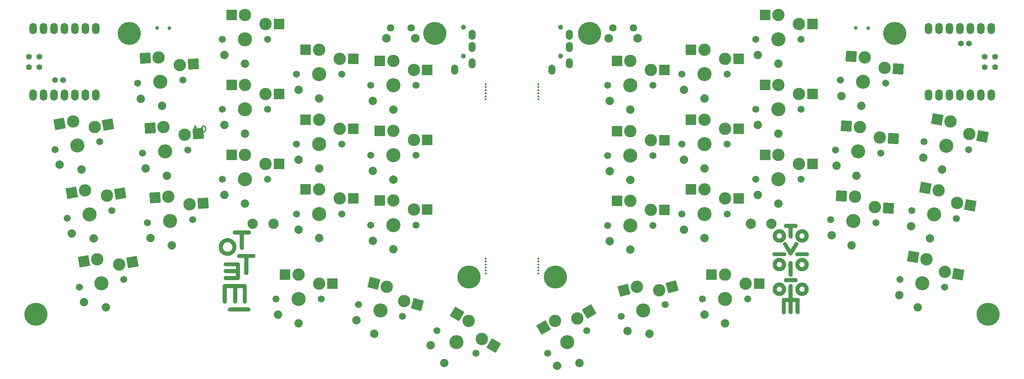
<source format=gbs>
G04 #@! TF.GenerationSoftware,KiCad,Pcbnew,9.0.3*
G04 #@! TF.CreationDate,2025-07-20T15:55:04+08:00*
G04 #@! TF.ProjectId,totem_0_3,746f7465-6d5f-4305-9f33-2e6b69636164,0.3*
G04 #@! TF.SameCoordinates,Original*
G04 #@! TF.FileFunction,Soldermask,Bot*
G04 #@! TF.FilePolarity,Negative*
%FSLAX46Y46*%
G04 Gerber Fmt 4.6, Leading zero omitted, Abs format (unit mm)*
G04 Created by KiCad (PCBNEW 9.0.3) date 2025-07-20 15:55:04*
%MOMM*%
%LPD*%
G01*
G04 APERTURE LIST*
G04 Aperture macros list*
%AMRotRect*
0 Rectangle, with rotation*
0 The origin of the aperture is its center*
0 $1 length*
0 $2 width*
0 $3 Rotation angle, in degrees counterclockwise*
0 Add horizontal line*
21,1,$1,$2,0,0,$3*%
G04 Aperture macros list end*
%ADD10C,0.000000*%
%ADD11C,0.375000*%
%ADD12C,5.600000*%
%ADD13C,0.500000*%
%ADD14C,3.000000*%
%ADD15C,1.701800*%
%ADD16C,3.429000*%
%ADD17C,2.032000*%
%ADD18RotRect,2.600000X2.600000X4.000000*%
%ADD19RotRect,2.600000X2.600000X15.000000*%
%ADD20RotRect,2.600000X2.600000X10.000000*%
%ADD21C,1.800000*%
%ADD22C,2.100000*%
%ADD23O,1.800000X2.750000*%
%ADD24C,1.397000*%
%ADD25RotRect,2.600000X2.600000X345.000000*%
%ADD26R,2.600000X2.600000*%
%ADD27RotRect,2.600000X2.600000X350.000000*%
%ADD28RotRect,2.600000X2.600000X356.000000*%
%ADD29C,2.500000*%
%ADD30C,1.200000*%
%ADD31O,1.700000X2.500000*%
%ADD32RotRect,2.600000X2.600000X330.000000*%
%ADD33RotRect,2.600000X2.600000X30.000000*%
%ADD34C,0.900000*%
G04 APERTURE END LIST*
D10*
G36*
X83407243Y-108370565D02*
G01*
X83432840Y-108372512D01*
X83458045Y-108375717D01*
X83482828Y-108380149D01*
X83507158Y-108385774D01*
X83531007Y-108392561D01*
X83554342Y-108400477D01*
X83577134Y-108409490D01*
X83599353Y-108419567D01*
X83620968Y-108430677D01*
X83641948Y-108442787D01*
X83662263Y-108455865D01*
X83681884Y-108469878D01*
X83700779Y-108484794D01*
X83718918Y-108500581D01*
X83736272Y-108517207D01*
X83752808Y-108534639D01*
X83768498Y-108552844D01*
X83783311Y-108571792D01*
X83797216Y-108591448D01*
X83810183Y-108611782D01*
X83822182Y-108632760D01*
X83833182Y-108654351D01*
X83843153Y-108676522D01*
X83852065Y-108699241D01*
X83859887Y-108722475D01*
X83866589Y-108746193D01*
X83872140Y-108770361D01*
X83876511Y-108794948D01*
X83879670Y-108819922D01*
X83881588Y-108845249D01*
X83882234Y-108870898D01*
X83882234Y-112183774D01*
X83881578Y-112209733D01*
X83879631Y-112235331D01*
X83876426Y-112260538D01*
X83871995Y-112285323D01*
X83866371Y-112309656D01*
X83859584Y-112333506D01*
X83851669Y-112356843D01*
X83842657Y-112379637D01*
X83832580Y-112401858D01*
X83821471Y-112423474D01*
X83809362Y-112444456D01*
X83796285Y-112464773D01*
X83782273Y-112484395D01*
X83767358Y-112503292D01*
X83751573Y-112521433D01*
X83734949Y-112538787D01*
X83717518Y-112555325D01*
X83699314Y-112571016D01*
X83680368Y-112585830D01*
X83660713Y-112599736D01*
X83640381Y-112612704D01*
X83619404Y-112624704D01*
X83597815Y-112635705D01*
X83575646Y-112645677D01*
X83552929Y-112654590D01*
X83529697Y-112662412D01*
X83505981Y-112669115D01*
X83481815Y-112674667D01*
X83457230Y-112679038D01*
X83432258Y-112682198D01*
X83406933Y-112684116D01*
X83381286Y-112684762D01*
X80442625Y-112684762D01*
X80416667Y-112684116D01*
X80391071Y-112682198D01*
X80365866Y-112679038D01*
X80341083Y-112674667D01*
X80316752Y-112669115D01*
X80292904Y-112662412D01*
X80269569Y-112654590D01*
X80246776Y-112645677D01*
X80224558Y-112635705D01*
X80202943Y-112624704D01*
X80181963Y-112612704D01*
X80161647Y-112599736D01*
X80142027Y-112585830D01*
X80123132Y-112571016D01*
X80104992Y-112555325D01*
X80087639Y-112538787D01*
X80071103Y-112521433D01*
X80055413Y-112503292D01*
X80040600Y-112484395D01*
X80026695Y-112464773D01*
X80013728Y-112444456D01*
X80001729Y-112423474D01*
X79990729Y-112401858D01*
X79980758Y-112379637D01*
X79971846Y-112356843D01*
X79964024Y-112333506D01*
X79957322Y-112309656D01*
X79951770Y-112285323D01*
X79947400Y-112260538D01*
X79944240Y-112235331D01*
X79942322Y-112209733D01*
X79941676Y-112183774D01*
X79942332Y-112157814D01*
X79944279Y-112132216D01*
X79947484Y-112107009D01*
X79951915Y-112082225D01*
X79957540Y-112057892D01*
X79964326Y-112034041D01*
X79972242Y-112010704D01*
X79981254Y-111987910D01*
X79991331Y-111965690D01*
X80002440Y-111944074D01*
X80014549Y-111923092D01*
X80027625Y-111902775D01*
X80041637Y-111883153D01*
X80056552Y-111864256D01*
X80072338Y-111846115D01*
X80088962Y-111828761D01*
X80106393Y-111812223D01*
X80124597Y-111796531D01*
X80143543Y-111781718D01*
X80163198Y-111767811D01*
X80183530Y-111754843D01*
X80204506Y-111742843D01*
X80226095Y-111731842D01*
X80248264Y-111721870D01*
X80270981Y-111712958D01*
X80294214Y-111705135D01*
X80317929Y-111698433D01*
X80342096Y-111692881D01*
X80366681Y-111688510D01*
X80391652Y-111685350D01*
X80416978Y-111683432D01*
X80442625Y-111682786D01*
X80442625Y-111689840D01*
X82880338Y-111689840D01*
X82880338Y-111001863D01*
X80442625Y-111001863D01*
X80416667Y-111001217D01*
X80391071Y-110999299D01*
X80365866Y-110996139D01*
X80341083Y-110991768D01*
X80316752Y-110986216D01*
X80292904Y-110979514D01*
X80269569Y-110971691D01*
X80246776Y-110962779D01*
X80224558Y-110952807D01*
X80202943Y-110941806D01*
X80181963Y-110929806D01*
X80161647Y-110916838D01*
X80142027Y-110902932D01*
X80123132Y-110888118D01*
X80104992Y-110872427D01*
X80087639Y-110855889D01*
X80071103Y-110838534D01*
X80055413Y-110820393D01*
X80040600Y-110801497D01*
X80026695Y-110781875D01*
X80013728Y-110761558D01*
X80001729Y-110740576D01*
X79990729Y-110718959D01*
X79980758Y-110696739D01*
X79971846Y-110673945D01*
X79964024Y-110650607D01*
X79957322Y-110626757D01*
X79951770Y-110602424D01*
X79947400Y-110577639D01*
X79944240Y-110552432D01*
X79942322Y-110526834D01*
X79941676Y-110500874D01*
X79942332Y-110474915D01*
X79944279Y-110449317D01*
X79947484Y-110424110D01*
X79951915Y-110399325D01*
X79957540Y-110374992D01*
X79964326Y-110351142D01*
X79972242Y-110327805D01*
X79981254Y-110305011D01*
X79991331Y-110282791D01*
X80002440Y-110261174D01*
X80014549Y-110240192D01*
X80027625Y-110219875D01*
X80041637Y-110200253D01*
X80056552Y-110181356D01*
X80072338Y-110163216D01*
X80088962Y-110145861D01*
X80106393Y-110129323D01*
X80124597Y-110113632D01*
X80143543Y-110098818D01*
X80163198Y-110084912D01*
X80183530Y-110071944D01*
X80204506Y-110059944D01*
X80226095Y-110048943D01*
X80248264Y-110038971D01*
X80270981Y-110030058D01*
X80294214Y-110022236D01*
X80317929Y-110015533D01*
X80342096Y-110009981D01*
X80366681Y-110005610D01*
X80391652Y-110002451D01*
X80416978Y-110000532D01*
X80442625Y-109999886D01*
X82880338Y-109999886D01*
X82880338Y-109371886D01*
X80442625Y-109371886D01*
X80416667Y-109371240D01*
X80391071Y-109369322D01*
X80365866Y-109366162D01*
X80341083Y-109361791D01*
X80316752Y-109356239D01*
X80292904Y-109349537D01*
X80269569Y-109341714D01*
X80246776Y-109332801D01*
X80224558Y-109322830D01*
X80202943Y-109311829D01*
X80181963Y-109299829D01*
X80161647Y-109286861D01*
X80142027Y-109272955D01*
X80123132Y-109258141D01*
X80104992Y-109242450D01*
X80087639Y-109225912D01*
X80071103Y-109208557D01*
X80055413Y-109190416D01*
X80040600Y-109171520D01*
X80026695Y-109151898D01*
X80013728Y-109131581D01*
X80001729Y-109110599D01*
X79990729Y-109088982D01*
X79980758Y-109066762D01*
X79971846Y-109043968D01*
X79964024Y-109020631D01*
X79957322Y-108996781D01*
X79951770Y-108972448D01*
X79947400Y-108947663D01*
X79944240Y-108922456D01*
X79942322Y-108896858D01*
X79941676Y-108870898D01*
X79942332Y-108844938D01*
X79944279Y-108819340D01*
X79947484Y-108794133D01*
X79951915Y-108769348D01*
X79957540Y-108745015D01*
X79964326Y-108721165D01*
X79972242Y-108697828D01*
X79981254Y-108675034D01*
X79991331Y-108652813D01*
X80002440Y-108631197D01*
X80014549Y-108610215D01*
X80027625Y-108589898D01*
X80041637Y-108570276D01*
X80056552Y-108551379D01*
X80072338Y-108533238D01*
X80088962Y-108515884D01*
X80106393Y-108499346D01*
X80124597Y-108483655D01*
X80143543Y-108468841D01*
X80163198Y-108454935D01*
X80183530Y-108441966D01*
X80204506Y-108429967D01*
X80226095Y-108418966D01*
X80248264Y-108408994D01*
X80270981Y-108400081D01*
X80294214Y-108392259D01*
X80317929Y-108385556D01*
X80342096Y-108380004D01*
X80366681Y-108375633D01*
X80391652Y-108372473D01*
X80416978Y-108370555D01*
X80442625Y-108369909D01*
X83381286Y-108369909D01*
X83407243Y-108370565D01*
G37*
G36*
X80980272Y-102491392D02*
G01*
X81089616Y-102499730D01*
X81197385Y-102513459D01*
X81303444Y-102532443D01*
X81407654Y-102556546D01*
X81509881Y-102585632D01*
X81609988Y-102619565D01*
X81707839Y-102658207D01*
X81803297Y-102701423D01*
X81896226Y-102749077D01*
X81986490Y-102801032D01*
X82073952Y-102857151D01*
X82158477Y-102917300D01*
X82239927Y-102981340D01*
X82318167Y-103049136D01*
X82393060Y-103120552D01*
X82464470Y-103195451D01*
X82532261Y-103273698D01*
X82596296Y-103355155D01*
X82656440Y-103439686D01*
X82712555Y-103527155D01*
X82764506Y-103617426D01*
X82812155Y-103710363D01*
X82855368Y-103805828D01*
X82894007Y-103903687D01*
X82927937Y-104003802D01*
X82957021Y-104106037D01*
X82981122Y-104210256D01*
X83000105Y-104316323D01*
X83013833Y-104424101D01*
X83022169Y-104533454D01*
X83024978Y-104644246D01*
X83022169Y-104755038D01*
X83013833Y-104864391D01*
X83000105Y-104972169D01*
X82981122Y-105078236D01*
X82957021Y-105182455D01*
X82927937Y-105284690D01*
X82894007Y-105384805D01*
X82855368Y-105482664D01*
X82812156Y-105578129D01*
X82764506Y-105671066D01*
X82712555Y-105761337D01*
X82656440Y-105848806D01*
X82596297Y-105933338D01*
X82532261Y-106014795D01*
X82464471Y-106093041D01*
X82393060Y-106167940D01*
X82318167Y-106239356D01*
X82239927Y-106307152D01*
X82158477Y-106371193D01*
X82073952Y-106431341D01*
X81986490Y-106487460D01*
X81896226Y-106539415D01*
X81803297Y-106587069D01*
X81707839Y-106630285D01*
X81609989Y-106668928D01*
X81509882Y-106702860D01*
X81407655Y-106731946D01*
X81303444Y-106756049D01*
X81197386Y-106775033D01*
X81089616Y-106788762D01*
X80980272Y-106797100D01*
X80869489Y-106799909D01*
X80758706Y-106797100D01*
X80649362Y-106788762D01*
X80541593Y-106775033D01*
X80435535Y-106756049D01*
X80331324Y-106731946D01*
X80229097Y-106702860D01*
X80128990Y-106668928D01*
X80031139Y-106630285D01*
X79935681Y-106587069D01*
X79842752Y-106539415D01*
X79752489Y-106487460D01*
X79665026Y-106431341D01*
X79580502Y-106371193D01*
X79499051Y-106307152D01*
X79420812Y-106239356D01*
X79345918Y-106167940D01*
X79274508Y-106093041D01*
X79206717Y-106014795D01*
X79142682Y-105933338D01*
X79082539Y-105848806D01*
X79026424Y-105761337D01*
X78974473Y-105671066D01*
X78926823Y-105578129D01*
X78883610Y-105482664D01*
X78844971Y-105384805D01*
X78811042Y-105284690D01*
X78781958Y-105182455D01*
X78757857Y-105078236D01*
X78738874Y-104972169D01*
X78725146Y-104864391D01*
X78716809Y-104755038D01*
X78714090Y-104647774D01*
X79715897Y-104647774D01*
X79717404Y-104707268D01*
X79721876Y-104765966D01*
X79729239Y-104823797D01*
X79739420Y-104880690D01*
X79752345Y-104936572D01*
X79767941Y-104991373D01*
X79786133Y-105045019D01*
X79806848Y-105097440D01*
X79830013Y-105148564D01*
X79855554Y-105198319D01*
X79883397Y-105246633D01*
X79913468Y-105293435D01*
X79945694Y-105338653D01*
X79980002Y-105382215D01*
X80016317Y-105424050D01*
X80054566Y-105464086D01*
X80094676Y-105502251D01*
X80136572Y-105538473D01*
X80180182Y-105572681D01*
X80225431Y-105604803D01*
X80272245Y-105634767D01*
X80320552Y-105662502D01*
X80370278Y-105687936D01*
X80421348Y-105710997D01*
X80473689Y-105731614D01*
X80527229Y-105749714D01*
X80581892Y-105765226D01*
X80637605Y-105778079D01*
X80694295Y-105788201D01*
X80751889Y-105795519D01*
X80810311Y-105799963D01*
X80869489Y-105801460D01*
X80928978Y-105799952D01*
X80987672Y-105795480D01*
X81045498Y-105788116D01*
X81102386Y-105777934D01*
X81158264Y-105765008D01*
X81213060Y-105749412D01*
X81266702Y-105731218D01*
X81319119Y-105710501D01*
X81370239Y-105687334D01*
X81419990Y-105661792D01*
X81468300Y-105633947D01*
X81515098Y-105603873D01*
X81560313Y-105571644D01*
X81603871Y-105537334D01*
X81645703Y-105501015D01*
X81685735Y-105462763D01*
X81723897Y-105422650D01*
X81760116Y-105380750D01*
X81794321Y-105337137D01*
X81826441Y-105291885D01*
X81856403Y-105245066D01*
X81884135Y-105196756D01*
X81909567Y-105147026D01*
X81932626Y-105095952D01*
X81953241Y-105043606D01*
X81971340Y-104990063D01*
X81986851Y-104935395D01*
X81999703Y-104879677D01*
X82009824Y-104822982D01*
X82017141Y-104765385D01*
X82021585Y-104706957D01*
X82023082Y-104647774D01*
X82021574Y-104588581D01*
X82017103Y-104530124D01*
X82009739Y-104472478D01*
X81999558Y-104415719D01*
X81986633Y-104359922D01*
X81971038Y-104305160D01*
X81952846Y-104251509D01*
X81932130Y-104199045D01*
X81908966Y-104147842D01*
X81883425Y-104097974D01*
X81855582Y-104049518D01*
X81825511Y-104002547D01*
X81793284Y-103957137D01*
X81758977Y-103913363D01*
X81722661Y-103871299D01*
X81684412Y-103831021D01*
X81644303Y-103792604D01*
X81602406Y-103756122D01*
X81558797Y-103721650D01*
X81513548Y-103689264D01*
X81466733Y-103659038D01*
X81418427Y-103631047D01*
X81368701Y-103605366D01*
X81317631Y-103582071D01*
X81265289Y-103561235D01*
X81211750Y-103542934D01*
X81157087Y-103527244D01*
X81101374Y-103514238D01*
X81044684Y-103503991D01*
X80987090Y-103496580D01*
X80928668Y-103492078D01*
X80869489Y-103490561D01*
X80810311Y-103492068D01*
X80751889Y-103496541D01*
X80694295Y-103503907D01*
X80637605Y-103514093D01*
X80581892Y-103527026D01*
X80527229Y-103542632D01*
X80473689Y-103560839D01*
X80421348Y-103581575D01*
X80370278Y-103604765D01*
X80320552Y-103630337D01*
X80272245Y-103658217D01*
X80225431Y-103688334D01*
X80180182Y-103720613D01*
X80136572Y-103754983D01*
X80094676Y-103791369D01*
X80054566Y-103829699D01*
X80016317Y-103869899D01*
X79980002Y-103911898D01*
X79945694Y-103955622D01*
X79913468Y-104000997D01*
X79883397Y-104047951D01*
X79855554Y-104096411D01*
X79830013Y-104146304D01*
X79806848Y-104197557D01*
X79786133Y-104250097D01*
X79767941Y-104303850D01*
X79752345Y-104358745D01*
X79739420Y-104414707D01*
X79729239Y-104471664D01*
X79721876Y-104529543D01*
X79717404Y-104588270D01*
X79715897Y-104647774D01*
X78714090Y-104647774D01*
X78714000Y-104644246D01*
X78716809Y-104533454D01*
X78725146Y-104424101D01*
X78738874Y-104316323D01*
X78757857Y-104210256D01*
X78781958Y-104106037D01*
X78811042Y-104003802D01*
X78844971Y-103903687D01*
X78883610Y-103805828D01*
X78926823Y-103710363D01*
X78974473Y-103617426D01*
X79026424Y-103527155D01*
X79082539Y-103439686D01*
X79142682Y-103355155D01*
X79206717Y-103273698D01*
X79274508Y-103195451D01*
X79345918Y-103120552D01*
X79420811Y-103049136D01*
X79499051Y-102981340D01*
X79580502Y-102917300D01*
X79665026Y-102857151D01*
X79752489Y-102801032D01*
X79842752Y-102749077D01*
X79935681Y-102701423D01*
X80031139Y-102658207D01*
X80128990Y-102619565D01*
X80229097Y-102585632D01*
X80331324Y-102556546D01*
X80435535Y-102532443D01*
X80541593Y-102513459D01*
X80649362Y-102499730D01*
X80758706Y-102491392D01*
X80869489Y-102488583D01*
X80980272Y-102491392D01*
G37*
G36*
X220548902Y-113283144D02*
G01*
X220631961Y-113289473D01*
X220713821Y-113299896D01*
X220794378Y-113314308D01*
X220873530Y-113332606D01*
X220951173Y-113354688D01*
X221027203Y-113380449D01*
X221101518Y-113409787D01*
X221174014Y-113442597D01*
X221244587Y-113478777D01*
X221313135Y-113518224D01*
X221379553Y-113560833D01*
X221443740Y-113606502D01*
X221505590Y-113655127D01*
X221565001Y-113706604D01*
X221621869Y-113760832D01*
X221676092Y-113817705D01*
X221727565Y-113877121D01*
X221776186Y-113938976D01*
X221821851Y-114003167D01*
X221864457Y-114069591D01*
X221903900Y-114138144D01*
X221940077Y-114208723D01*
X221972885Y-114281224D01*
X222002220Y-114355545D01*
X222027979Y-114431582D01*
X222050059Y-114509230D01*
X222068356Y-114588388D01*
X222082767Y-114668952D01*
X222093188Y-114750818D01*
X222099517Y-114833883D01*
X222101650Y-114918044D01*
X222099517Y-115002205D01*
X222093188Y-115085270D01*
X222082767Y-115167136D01*
X222068356Y-115247700D01*
X222050059Y-115326858D01*
X222027979Y-115404507D01*
X222002220Y-115480544D01*
X221972885Y-115554864D01*
X221940077Y-115627366D01*
X221903900Y-115697945D01*
X221864457Y-115766498D01*
X221821851Y-115832922D01*
X221776186Y-115897113D01*
X221727565Y-115958969D01*
X221676092Y-116018385D01*
X221621869Y-116075258D01*
X221565001Y-116129485D01*
X221505590Y-116180963D01*
X221443740Y-116229588D01*
X221379553Y-116275257D01*
X221313135Y-116317866D01*
X221244587Y-116357312D01*
X221174014Y-116393493D01*
X221101518Y-116426303D01*
X221027203Y-116455641D01*
X220951173Y-116481402D01*
X220873530Y-116503484D01*
X220794378Y-116521782D01*
X220713821Y-116536194D01*
X220631961Y-116546616D01*
X220548902Y-116552946D01*
X220464748Y-116555078D01*
X220380592Y-116552946D01*
X220297532Y-116546616D01*
X220215671Y-116536194D01*
X220135112Y-116521782D01*
X220055959Y-116503483D01*
X219978315Y-116481402D01*
X219902284Y-116455640D01*
X219827968Y-116426303D01*
X219755472Y-116393492D01*
X219684898Y-116357312D01*
X219616349Y-116317865D01*
X219549930Y-116275256D01*
X219485744Y-116229587D01*
X219423893Y-116180962D01*
X219364482Y-116129484D01*
X219307613Y-116075257D01*
X219253390Y-116018384D01*
X219201916Y-115958968D01*
X219153295Y-115897113D01*
X219107630Y-115832921D01*
X219065024Y-115766497D01*
X219025580Y-115697944D01*
X218989403Y-115627365D01*
X218956595Y-115554864D01*
X218927260Y-115480543D01*
X218901501Y-115404507D01*
X218879421Y-115326857D01*
X218861124Y-115247699D01*
X218846713Y-115167136D01*
X218836292Y-115085270D01*
X218829963Y-115002205D01*
X218827831Y-114918044D01*
X219829753Y-114918044D01*
X219830584Y-114950606D01*
X219833048Y-114982775D01*
X219837107Y-115014509D01*
X219842721Y-115045765D01*
X219849848Y-115076501D01*
X219858449Y-115106677D01*
X219868485Y-115136249D01*
X219879914Y-115165175D01*
X219892697Y-115193415D01*
X219906795Y-115220925D01*
X219922166Y-115247663D01*
X219938771Y-115273589D01*
X219956569Y-115298659D01*
X219975521Y-115322831D01*
X219995587Y-115346065D01*
X220016727Y-115368317D01*
X220038900Y-115389545D01*
X220062066Y-115409709D01*
X220086186Y-115428765D01*
X220111220Y-115446672D01*
X220137126Y-115463388D01*
X220163866Y-115478870D01*
X220191400Y-115493078D01*
X220219686Y-115505968D01*
X220248686Y-115517498D01*
X220278359Y-115527628D01*
X220308664Y-115536314D01*
X220339563Y-115543516D01*
X220371015Y-115549190D01*
X220402980Y-115553295D01*
X220435417Y-115555788D01*
X220468288Y-115556629D01*
X220501147Y-115555798D01*
X220533553Y-115553333D01*
X220565469Y-115549274D01*
X220596856Y-115543661D01*
X220627674Y-115536533D01*
X220657884Y-115527930D01*
X220687449Y-115517894D01*
X220716330Y-115506464D01*
X220744487Y-115493679D01*
X220771881Y-115479581D01*
X220798475Y-115464209D01*
X220824229Y-115447603D01*
X220849104Y-115429802D01*
X220873063Y-115410849D01*
X220896065Y-115390781D01*
X220918073Y-115369640D01*
X220939047Y-115347465D01*
X220958949Y-115324297D01*
X220977740Y-115300175D01*
X220995381Y-115275139D01*
X221011834Y-115249230D01*
X221027059Y-115222488D01*
X221041018Y-115194953D01*
X221053672Y-115166664D01*
X221064983Y-115137662D01*
X221074912Y-115107987D01*
X221083419Y-115077679D01*
X221090466Y-115046778D01*
X221096015Y-115015324D01*
X221100026Y-114983357D01*
X221102462Y-114950917D01*
X221103282Y-114918044D01*
X221102452Y-114885181D01*
X221099988Y-114852771D01*
X221095931Y-114820851D01*
X221090322Y-114789462D01*
X221083201Y-114758640D01*
X221074610Y-114728426D01*
X221064588Y-114698858D01*
X221053177Y-114669975D01*
X221040417Y-114641816D01*
X221026349Y-114614418D01*
X221011014Y-114587822D01*
X220994452Y-114562065D01*
X220976704Y-114537187D01*
X220957810Y-114513227D01*
X220937813Y-114490222D01*
X220916751Y-114468213D01*
X220894666Y-114447237D01*
X220871599Y-114427333D01*
X220847590Y-114408541D01*
X220822680Y-114390898D01*
X220796909Y-114374444D01*
X220770319Y-114359218D01*
X220742950Y-114345257D01*
X220714843Y-114332602D01*
X220686037Y-114321290D01*
X220656576Y-114311361D01*
X220626497Y-114302853D01*
X220595844Y-114295805D01*
X220564655Y-114290256D01*
X220532973Y-114286244D01*
X220500836Y-114283809D01*
X220468288Y-114282988D01*
X220435727Y-114283819D01*
X220403561Y-114286283D01*
X220371829Y-114290340D01*
X220340575Y-114295950D01*
X220309841Y-114303071D01*
X220279668Y-114311664D01*
X220250098Y-114321686D01*
X220221173Y-114333098D01*
X220192936Y-114345859D01*
X220165428Y-114359929D01*
X220138692Y-114375265D01*
X220112769Y-114391829D01*
X220087701Y-114409578D01*
X220063530Y-114428473D01*
X220040299Y-114448473D01*
X220018049Y-114469536D01*
X219996822Y-114491623D01*
X219976660Y-114514693D01*
X219957605Y-114538704D01*
X219939700Y-114563616D01*
X219922986Y-114589389D01*
X219907505Y-114615982D01*
X219893299Y-114643354D01*
X219880410Y-114671464D01*
X219868880Y-114700272D01*
X219858751Y-114729737D01*
X219850066Y-114759818D01*
X219842865Y-114790475D01*
X219837192Y-114821667D01*
X219833087Y-114853352D01*
X219830594Y-114885492D01*
X219829753Y-114918044D01*
X218827831Y-114918044D01*
X218829963Y-114833883D01*
X218836292Y-114750818D01*
X218846713Y-114668952D01*
X218861124Y-114588388D01*
X218879421Y-114509230D01*
X218901501Y-114431582D01*
X218927260Y-114355545D01*
X218956595Y-114281224D01*
X218989403Y-114208723D01*
X219025580Y-114138144D01*
X219065024Y-114069591D01*
X219107630Y-114003167D01*
X219153295Y-113938976D01*
X219201916Y-113877121D01*
X219253390Y-113817705D01*
X219307613Y-113760832D01*
X219364482Y-113706604D01*
X219423893Y-113655127D01*
X219485744Y-113606502D01*
X219549930Y-113560833D01*
X219616349Y-113518224D01*
X219684898Y-113478777D01*
X219755472Y-113442597D01*
X219827968Y-113409787D01*
X219902284Y-113380449D01*
X219978315Y-113354688D01*
X220055959Y-113332606D01*
X220135112Y-113314308D01*
X220215671Y-113299896D01*
X220297532Y-113289473D01*
X220380592Y-113283144D01*
X220464748Y-113281011D01*
X220548902Y-113283144D01*
G37*
G36*
X220548902Y-107281862D02*
G01*
X220631961Y-107288192D01*
X220713821Y-107298614D01*
X220794378Y-107313026D01*
X220873530Y-107331325D01*
X220951173Y-107353406D01*
X221027203Y-107379167D01*
X221101518Y-107408505D01*
X221174014Y-107441316D01*
X221244587Y-107477496D01*
X221313135Y-107516942D01*
X221379553Y-107559551D01*
X221443740Y-107605220D01*
X221505590Y-107653845D01*
X221565001Y-107705323D01*
X221621869Y-107759550D01*
X221676092Y-107816423D01*
X221727565Y-107875839D01*
X221776186Y-107937694D01*
X221821851Y-108001886D01*
X221864457Y-108068309D01*
X221903900Y-108136863D01*
X221940077Y-108207442D01*
X221972885Y-108279943D01*
X222002220Y-108354264D01*
X222027979Y-108430300D01*
X222050059Y-108507949D01*
X222068356Y-108587107D01*
X222082767Y-108667671D01*
X222093188Y-108749537D01*
X222099517Y-108832602D01*
X222101650Y-108916763D01*
X222099517Y-109000924D01*
X222093188Y-109083989D01*
X222082767Y-109165855D01*
X222068356Y-109246419D01*
X222050059Y-109325577D01*
X222027979Y-109403226D01*
X222002220Y-109479262D01*
X221972885Y-109553583D01*
X221940077Y-109626085D01*
X221903900Y-109696664D01*
X221864457Y-109765217D01*
X221821851Y-109831641D01*
X221776186Y-109895832D01*
X221727565Y-109957687D01*
X221676092Y-110017103D01*
X221621869Y-110073976D01*
X221565001Y-110128203D01*
X221505590Y-110179681D01*
X221443740Y-110228306D01*
X221379553Y-110273975D01*
X221313135Y-110316584D01*
X221244587Y-110356031D01*
X221174014Y-110392211D01*
X221101518Y-110425021D01*
X221027203Y-110454359D01*
X220951173Y-110480120D01*
X220873530Y-110502202D01*
X220794378Y-110520500D01*
X220713821Y-110534912D01*
X220631961Y-110545335D01*
X220548902Y-110551664D01*
X220464748Y-110553797D01*
X220380592Y-110551664D01*
X220297532Y-110545335D01*
X220215671Y-110534912D01*
X220135112Y-110520500D01*
X220055959Y-110502202D01*
X219978315Y-110480120D01*
X219902284Y-110454359D01*
X219827968Y-110425021D01*
X219755472Y-110392211D01*
X219684898Y-110356031D01*
X219616349Y-110316584D01*
X219549930Y-110273975D01*
X219485744Y-110228306D01*
X219423893Y-110179681D01*
X219364482Y-110128203D01*
X219307613Y-110073976D01*
X219253390Y-110017103D01*
X219201916Y-109957687D01*
X219153295Y-109895832D01*
X219107630Y-109831641D01*
X219065024Y-109765217D01*
X219025580Y-109696664D01*
X218989403Y-109626085D01*
X218956595Y-109553583D01*
X218927260Y-109479262D01*
X218901501Y-109403226D01*
X218879421Y-109325577D01*
X218861124Y-109246419D01*
X218846713Y-109165855D01*
X218836292Y-109083989D01*
X218829963Y-109000924D01*
X218827831Y-108916763D01*
X219829753Y-108916763D01*
X219830584Y-108949626D01*
X219833048Y-108982036D01*
X219837107Y-109013956D01*
X219842721Y-109045346D01*
X219849848Y-109076167D01*
X219858449Y-109106381D01*
X219868485Y-109135949D01*
X219879914Y-109164832D01*
X219892697Y-109192992D01*
X219906795Y-109220389D01*
X219922166Y-109246986D01*
X219938771Y-109272742D01*
X219956569Y-109297620D01*
X219975521Y-109321581D01*
X219995587Y-109344585D01*
X220016727Y-109366595D01*
X220038900Y-109387571D01*
X220062066Y-109407474D01*
X220086186Y-109426267D01*
X220111220Y-109443910D01*
X220137126Y-109460364D01*
X220163866Y-109475590D01*
X220191400Y-109489550D01*
X220219686Y-109502206D01*
X220248686Y-109513518D01*
X220278359Y-109523447D01*
X220308664Y-109531955D01*
X220339563Y-109539003D01*
X220371015Y-109544552D01*
X220402980Y-109548564D01*
X220435417Y-109550999D01*
X220468288Y-109551820D01*
X220501147Y-109550989D01*
X220533553Y-109548525D01*
X220565469Y-109544468D01*
X220596856Y-109538858D01*
X220627674Y-109531737D01*
X220657884Y-109523144D01*
X220687449Y-109513122D01*
X220716330Y-109501710D01*
X220744487Y-109488949D01*
X220771881Y-109474880D01*
X220798475Y-109459543D01*
X220824229Y-109442980D01*
X220849104Y-109425230D01*
X220873063Y-109406335D01*
X220896065Y-109386335D01*
X220918073Y-109365272D01*
X220939047Y-109343185D01*
X220958949Y-109320116D01*
X220977740Y-109296104D01*
X220995381Y-109271192D01*
X221011834Y-109245419D01*
X221027059Y-109218826D01*
X221041018Y-109191454D01*
X221053672Y-109163344D01*
X221064983Y-109134536D01*
X221074912Y-109105071D01*
X221083419Y-109074989D01*
X221090466Y-109044333D01*
X221096015Y-109013141D01*
X221100026Y-108981455D01*
X221102462Y-108949315D01*
X221103282Y-108916763D01*
X221102452Y-108883890D01*
X221099988Y-108851450D01*
X221095931Y-108819483D01*
X221090322Y-108788029D01*
X221083201Y-108757128D01*
X221074610Y-108726820D01*
X221064588Y-108697145D01*
X221053177Y-108668143D01*
X221040417Y-108639854D01*
X221026349Y-108612319D01*
X221011014Y-108585577D01*
X220994452Y-108559668D01*
X220976704Y-108534633D01*
X220957810Y-108510511D01*
X220937813Y-108487343D01*
X220916751Y-108465168D01*
X220894666Y-108444026D01*
X220871599Y-108423959D01*
X220847590Y-108405005D01*
X220822680Y-108387205D01*
X220796909Y-108370599D01*
X220770319Y-108355227D01*
X220742950Y-108341128D01*
X220714843Y-108328344D01*
X220686037Y-108316914D01*
X220656576Y-108306877D01*
X220626497Y-108298275D01*
X220595844Y-108291147D01*
X220564655Y-108285534D01*
X220532973Y-108281475D01*
X220500836Y-108279009D01*
X220468288Y-108278179D01*
X220435727Y-108279009D01*
X220403561Y-108281475D01*
X220371829Y-108285534D01*
X220340575Y-108291147D01*
X220309841Y-108298275D01*
X220279668Y-108306877D01*
X220250098Y-108316914D01*
X220221173Y-108328344D01*
X220192936Y-108341128D01*
X220165428Y-108355227D01*
X220138692Y-108370599D01*
X220112769Y-108387205D01*
X220087701Y-108405005D01*
X220063530Y-108423959D01*
X220040299Y-108444026D01*
X220018049Y-108465168D01*
X219996822Y-108487343D01*
X219976660Y-108510511D01*
X219957605Y-108534633D01*
X219939700Y-108559668D01*
X219922986Y-108585577D01*
X219907505Y-108612319D01*
X219893299Y-108639854D01*
X219880410Y-108668143D01*
X219868880Y-108697145D01*
X219858751Y-108726820D01*
X219850066Y-108757128D01*
X219842865Y-108788029D01*
X219837192Y-108819483D01*
X219833087Y-108851450D01*
X219830594Y-108883890D01*
X219829753Y-108916763D01*
X218827831Y-108916763D01*
X218829963Y-108832602D01*
X218836292Y-108749537D01*
X218846713Y-108667671D01*
X218861124Y-108587107D01*
X218879421Y-108507949D01*
X218901501Y-108430300D01*
X218927260Y-108354264D01*
X218956595Y-108279943D01*
X218989403Y-108207442D01*
X219025580Y-108136863D01*
X219065024Y-108068309D01*
X219107630Y-108001886D01*
X219153295Y-107937694D01*
X219201916Y-107875839D01*
X219253390Y-107816423D01*
X219307613Y-107759550D01*
X219364482Y-107705323D01*
X219423893Y-107653845D01*
X219485744Y-107605220D01*
X219549930Y-107559551D01*
X219616349Y-107516942D01*
X219684898Y-107477496D01*
X219755472Y-107441316D01*
X219827968Y-107408505D01*
X219902284Y-107379167D01*
X219978315Y-107353406D01*
X220055959Y-107331325D01*
X220135112Y-107313026D01*
X220215671Y-107298614D01*
X220297532Y-107288192D01*
X220380592Y-107281862D01*
X220464748Y-107279730D01*
X220548902Y-107281862D01*
G37*
G36*
X87164357Y-106334847D02*
G01*
X87189953Y-106336765D01*
X87215158Y-106339925D01*
X87239941Y-106344296D01*
X87264272Y-106349848D01*
X87288120Y-106356551D01*
X87311456Y-106364373D01*
X87334248Y-106373286D01*
X87356466Y-106383258D01*
X87378081Y-106394259D01*
X87399061Y-106406259D01*
X87419377Y-106419227D01*
X87438997Y-106433133D01*
X87457892Y-106447947D01*
X87476032Y-106463638D01*
X87493385Y-106480176D01*
X87509921Y-106497531D01*
X87525611Y-106515671D01*
X87540424Y-106534568D01*
X87554329Y-106554190D01*
X87567296Y-106574507D01*
X87579295Y-106595489D01*
X87590295Y-106617105D01*
X87600266Y-106639326D01*
X87609178Y-106662120D01*
X87617000Y-106685457D01*
X87623702Y-106709308D01*
X87629253Y-106733640D01*
X87633624Y-106758425D01*
X87636783Y-106783632D01*
X87638701Y-106809231D01*
X87639347Y-106835190D01*
X87638691Y-106861150D01*
X87636745Y-106886748D01*
X87633540Y-106911955D01*
X87629108Y-106936740D01*
X87623484Y-106961073D01*
X87616697Y-106984923D01*
X87608782Y-107008260D01*
X87599770Y-107031054D01*
X87589693Y-107053275D01*
X87578584Y-107074891D01*
X87566475Y-107095873D01*
X87553398Y-107116190D01*
X87539386Y-107135812D01*
X87524472Y-107154709D01*
X87508686Y-107172850D01*
X87492062Y-107190204D01*
X87474631Y-107206742D01*
X87456427Y-107222433D01*
X87437481Y-107237247D01*
X87417826Y-107251153D01*
X87397494Y-107264121D01*
X87376517Y-107276121D01*
X87354928Y-107287122D01*
X87332759Y-107297094D01*
X87310042Y-107306007D01*
X87286810Y-107313829D01*
X87263094Y-107320532D01*
X87238928Y-107326084D01*
X87214343Y-107330455D01*
X87189372Y-107333614D01*
X87164046Y-107335533D01*
X87138399Y-107336179D01*
X85917778Y-107336179D01*
X85917778Y-110987752D01*
X85917132Y-111013711D01*
X85915214Y-111039309D01*
X85912055Y-111064516D01*
X85907684Y-111089301D01*
X85902133Y-111113634D01*
X85895431Y-111137484D01*
X85887609Y-111160821D01*
X85878697Y-111183615D01*
X85868726Y-111205836D01*
X85857726Y-111227452D01*
X85845727Y-111248434D01*
X85832760Y-111268751D01*
X85818855Y-111288373D01*
X85804042Y-111307270D01*
X85788352Y-111325410D01*
X85771815Y-111342765D01*
X85754462Y-111359303D01*
X85736323Y-111374994D01*
X85717428Y-111389808D01*
X85697807Y-111403714D01*
X85677492Y-111416682D01*
X85656511Y-111428682D01*
X85634897Y-111439683D01*
X85612678Y-111449655D01*
X85589886Y-111458568D01*
X85566551Y-111466390D01*
X85542702Y-111473093D01*
X85518371Y-111478645D01*
X85493588Y-111483016D01*
X85468384Y-111486175D01*
X85442787Y-111488094D01*
X85416830Y-111488740D01*
X85390872Y-111488084D01*
X85365276Y-111486137D01*
X85340071Y-111482931D01*
X85315288Y-111478500D01*
X85290957Y-111472875D01*
X85267109Y-111466088D01*
X85243773Y-111458172D01*
X85220981Y-111449159D01*
X85198763Y-111439082D01*
X85177148Y-111427972D01*
X85156168Y-111415862D01*
X85135852Y-111402784D01*
X85116232Y-111388771D01*
X85097337Y-111373855D01*
X85079197Y-111358068D01*
X85061844Y-111341442D01*
X85045308Y-111324010D01*
X85029618Y-111305805D01*
X85014805Y-111286857D01*
X85000900Y-111267201D01*
X84987933Y-111246867D01*
X84975934Y-111225889D01*
X84964934Y-111204298D01*
X84954963Y-111182127D01*
X84946051Y-111159408D01*
X84938229Y-111136174D01*
X84931527Y-111112457D01*
X84925976Y-111088288D01*
X84921605Y-111063701D01*
X84918445Y-111038728D01*
X84916527Y-111013401D01*
X84915881Y-110987752D01*
X84915881Y-107336179D01*
X83695261Y-107336179D01*
X83669303Y-107335533D01*
X83643707Y-107333614D01*
X83618502Y-107330455D01*
X83593719Y-107326084D01*
X83569388Y-107320532D01*
X83545540Y-107313829D01*
X83522205Y-107306007D01*
X83499412Y-107297094D01*
X83477194Y-107287122D01*
X83455579Y-107276121D01*
X83434599Y-107264121D01*
X83414284Y-107251153D01*
X83394663Y-107237247D01*
X83375768Y-107222433D01*
X83357629Y-107206742D01*
X83340275Y-107190204D01*
X83323739Y-107172850D01*
X83308049Y-107154709D01*
X83293236Y-107135812D01*
X83279331Y-107116190D01*
X83266364Y-107095873D01*
X83254365Y-107074891D01*
X83243365Y-107053275D01*
X83233394Y-107031054D01*
X83224482Y-107008260D01*
X83216660Y-106984923D01*
X83209958Y-106961073D01*
X83204407Y-106936740D01*
X83200036Y-106911955D01*
X83196876Y-106886748D01*
X83194958Y-106861150D01*
X83194312Y-106835190D01*
X83194968Y-106809231D01*
X83196915Y-106783632D01*
X83200120Y-106758425D01*
X83204551Y-106733640D01*
X83210176Y-106709308D01*
X83216962Y-106685457D01*
X83224878Y-106662120D01*
X83233890Y-106639326D01*
X83243967Y-106617105D01*
X83255076Y-106595489D01*
X83267185Y-106574507D01*
X83280261Y-106554190D01*
X83294273Y-106534568D01*
X83309188Y-106515671D01*
X83324974Y-106497531D01*
X83341598Y-106480176D01*
X83359029Y-106463638D01*
X83377233Y-106447947D01*
X83396179Y-106433133D01*
X83415834Y-106419227D01*
X83436166Y-106406259D01*
X83457143Y-106394259D01*
X83478732Y-106383258D01*
X83500901Y-106373286D01*
X83523618Y-106364373D01*
X83546850Y-106356551D01*
X83570566Y-106349848D01*
X83594732Y-106344296D01*
X83619317Y-106339925D01*
X83644289Y-106336765D01*
X83669614Y-106334847D01*
X83695261Y-106334201D01*
X87138399Y-106334201D01*
X87164357Y-106334847D01*
G37*
G36*
X215049039Y-107281862D02*
G01*
X215132098Y-107288192D01*
X215213958Y-107298614D01*
X215294515Y-107313026D01*
X215373667Y-107331325D01*
X215451310Y-107353406D01*
X215527341Y-107379167D01*
X215601656Y-107408505D01*
X215674151Y-107441316D01*
X215744725Y-107477496D01*
X215813272Y-107516942D01*
X215879691Y-107559551D01*
X215943877Y-107605220D01*
X216005727Y-107653845D01*
X216065138Y-107705323D01*
X216122007Y-107759550D01*
X216176229Y-107816423D01*
X216227703Y-107875839D01*
X216276324Y-107937694D01*
X216321989Y-108001886D01*
X216364594Y-108068309D01*
X216404038Y-108136863D01*
X216440215Y-108207442D01*
X216473022Y-108279943D01*
X216502358Y-108354264D01*
X216528117Y-108430300D01*
X216550196Y-108507949D01*
X216568493Y-108587107D01*
X216582904Y-108667671D01*
X216593326Y-108749537D01*
X216599654Y-108832602D01*
X216601787Y-108916763D01*
X216599654Y-109000924D01*
X216593326Y-109083989D01*
X216582904Y-109165855D01*
X216568493Y-109246419D01*
X216550196Y-109325577D01*
X216528117Y-109403226D01*
X216502358Y-109479262D01*
X216473022Y-109553583D01*
X216440215Y-109626085D01*
X216404038Y-109696664D01*
X216364594Y-109765217D01*
X216321989Y-109831641D01*
X216276324Y-109895832D01*
X216227703Y-109957687D01*
X216176229Y-110017103D01*
X216122007Y-110073976D01*
X216065138Y-110128203D01*
X216005727Y-110179681D01*
X215943877Y-110228306D01*
X215879691Y-110273975D01*
X215813272Y-110316584D01*
X215744725Y-110356031D01*
X215674151Y-110392211D01*
X215601656Y-110425021D01*
X215527341Y-110454359D01*
X215451310Y-110480120D01*
X215373667Y-110502202D01*
X215294515Y-110520500D01*
X215213958Y-110534912D01*
X215132098Y-110545335D01*
X215049039Y-110551664D01*
X214964885Y-110553797D01*
X214880729Y-110551664D01*
X214797669Y-110545335D01*
X214715809Y-110534912D01*
X214635250Y-110520500D01*
X214556098Y-110502202D01*
X214478454Y-110480120D01*
X214402423Y-110454359D01*
X214328108Y-110425021D01*
X214255612Y-110392211D01*
X214185039Y-110356031D01*
X214116491Y-110316584D01*
X214050073Y-110273975D01*
X213985887Y-110228306D01*
X213924037Y-110179681D01*
X213864626Y-110128203D01*
X213807758Y-110073976D01*
X213753535Y-110017103D01*
X213702062Y-109957687D01*
X213653442Y-109895832D01*
X213607777Y-109831641D01*
X213565172Y-109765217D01*
X213525729Y-109696664D01*
X213489553Y-109626085D01*
X213456745Y-109553583D01*
X213427411Y-109479262D01*
X213401652Y-109403226D01*
X213379573Y-109325577D01*
X213361276Y-109246419D01*
X213346865Y-109165855D01*
X213336444Y-109083989D01*
X213330116Y-109000924D01*
X213327983Y-108916763D01*
X214329890Y-108916763D01*
X214330721Y-108949626D01*
X214333185Y-108982036D01*
X214337242Y-109013956D01*
X214342851Y-109045346D01*
X214349972Y-109076167D01*
X214358563Y-109106381D01*
X214368585Y-109135949D01*
X214379996Y-109164832D01*
X214392756Y-109192992D01*
X214406824Y-109220389D01*
X214422160Y-109246986D01*
X214438722Y-109272742D01*
X214456470Y-109297620D01*
X214475363Y-109321581D01*
X214495362Y-109344585D01*
X214516423Y-109366595D01*
X214538509Y-109387571D01*
X214561576Y-109407474D01*
X214585586Y-109426267D01*
X214610496Y-109443910D01*
X214636268Y-109460364D01*
X214662858Y-109475590D01*
X214690228Y-109489550D01*
X214718337Y-109502206D01*
X214747143Y-109513518D01*
X214776605Y-109523447D01*
X214806685Y-109531955D01*
X214837339Y-109539003D01*
X214868529Y-109544552D01*
X214900213Y-109548564D01*
X214932350Y-109550999D01*
X214964900Y-109551820D01*
X214997459Y-109550989D01*
X215029625Y-109548525D01*
X215061355Y-109544468D01*
X215092608Y-109538858D01*
X215123341Y-109531737D01*
X215153513Y-109523144D01*
X215183082Y-109513122D01*
X215212006Y-109501710D01*
X215240242Y-109488949D01*
X215267749Y-109474880D01*
X215294485Y-109459543D01*
X215320408Y-109442980D01*
X215345475Y-109425230D01*
X215369645Y-109406335D01*
X215392876Y-109386335D01*
X215415126Y-109365272D01*
X215436353Y-109343185D01*
X215456514Y-109320116D01*
X215475569Y-109296104D01*
X215493474Y-109271192D01*
X215510188Y-109245419D01*
X215525669Y-109218826D01*
X215539875Y-109191454D01*
X215552763Y-109163344D01*
X215564293Y-109134536D01*
X215574422Y-109105071D01*
X215583107Y-109074989D01*
X215590308Y-109044333D01*
X215595981Y-109013141D01*
X215600086Y-108981455D01*
X215602579Y-108949315D01*
X215603420Y-108916763D01*
X215602589Y-108883890D01*
X215600124Y-108851450D01*
X215596065Y-108819483D01*
X215590452Y-108788029D01*
X215583325Y-108757128D01*
X215574724Y-108726820D01*
X215564688Y-108697145D01*
X215553259Y-108668143D01*
X215540476Y-108639854D01*
X215526379Y-108612319D01*
X215511008Y-108585577D01*
X215494403Y-108559668D01*
X215476605Y-108534633D01*
X215457653Y-108510511D01*
X215437587Y-108487343D01*
X215416448Y-108465168D01*
X215394275Y-108444026D01*
X215371109Y-108423959D01*
X215346990Y-108405005D01*
X215321957Y-108387205D01*
X215296051Y-108370599D01*
X215269311Y-108355227D01*
X215241779Y-108341128D01*
X215213493Y-108328344D01*
X215184494Y-108316914D01*
X215154822Y-108306877D01*
X215124517Y-108298275D01*
X215093620Y-108291147D01*
X215062169Y-108285534D01*
X215030205Y-108281475D01*
X214997769Y-108279009D01*
X214964900Y-108278179D01*
X214932040Y-108279009D01*
X214899632Y-108281475D01*
X214867715Y-108285534D01*
X214836327Y-108291147D01*
X214805508Y-108298275D01*
X214775297Y-108306877D01*
X214745731Y-108316914D01*
X214716850Y-108328344D01*
X214688692Y-108341128D01*
X214661297Y-108355227D01*
X214634702Y-108370599D01*
X214608948Y-108387205D01*
X214584071Y-108405005D01*
X214560113Y-108423959D01*
X214537110Y-108444026D01*
X214515102Y-108465168D01*
X214494127Y-108487343D01*
X214474225Y-108510511D01*
X214455434Y-108534633D01*
X214437792Y-108559668D01*
X214421340Y-108585577D01*
X214406114Y-108612319D01*
X214392155Y-108639854D01*
X214379501Y-108668143D01*
X214368190Y-108697145D01*
X214358261Y-108726820D01*
X214349754Y-108757128D01*
X214342706Y-108788029D01*
X214337158Y-108819483D01*
X214333146Y-108851450D01*
X214330711Y-108883890D01*
X214329890Y-108916763D01*
X213327983Y-108916763D01*
X213330116Y-108832602D01*
X213336444Y-108749537D01*
X213346865Y-108667671D01*
X213361276Y-108587107D01*
X213379573Y-108507949D01*
X213401652Y-108430300D01*
X213427411Y-108354264D01*
X213456745Y-108279943D01*
X213489553Y-108207442D01*
X213525729Y-108136863D01*
X213565172Y-108068309D01*
X213607777Y-108001886D01*
X213653442Y-107937694D01*
X213702062Y-107875839D01*
X213753535Y-107816423D01*
X213807758Y-107759550D01*
X213864626Y-107705323D01*
X213924037Y-107653845D01*
X213985887Y-107605220D01*
X214050073Y-107559551D01*
X214116491Y-107516942D01*
X214185039Y-107477496D01*
X214255612Y-107441316D01*
X214328108Y-107408505D01*
X214402423Y-107379167D01*
X214478454Y-107353406D01*
X214556098Y-107331325D01*
X214635250Y-107313026D01*
X214715809Y-107298614D01*
X214797669Y-107288192D01*
X214880729Y-107281862D01*
X214964885Y-107279730D01*
X215049039Y-107281862D01*
G37*
G36*
X219118325Y-103444392D02*
G01*
X219142487Y-103446080D01*
X219166618Y-103448942D01*
X219190677Y-103452988D01*
X219214621Y-103458227D01*
X219238407Y-103464669D01*
X219261993Y-103472323D01*
X219285336Y-103481200D01*
X219308393Y-103491308D01*
X219331122Y-103502658D01*
X219353481Y-103515260D01*
X219375164Y-103529289D01*
X219395886Y-103544227D01*
X219415638Y-103560030D01*
X219434410Y-103576657D01*
X219452192Y-103594063D01*
X219468975Y-103612208D01*
X219484749Y-103631048D01*
X219499505Y-103650540D01*
X219513231Y-103670642D01*
X219525920Y-103691311D01*
X219537561Y-103712504D01*
X219548144Y-103734180D01*
X219557660Y-103756295D01*
X219566100Y-103778807D01*
X219573453Y-103801672D01*
X219579709Y-103824849D01*
X219584860Y-103848295D01*
X219588895Y-103871967D01*
X219591805Y-103895822D01*
X219593580Y-103919818D01*
X219594210Y-103943913D01*
X219593685Y-103968062D01*
X219591997Y-103992225D01*
X219589135Y-104016358D01*
X219585090Y-104040419D01*
X219579851Y-104064365D01*
X219573410Y-104088153D01*
X219565756Y-104111741D01*
X219556880Y-104135086D01*
X219546772Y-104158145D01*
X219535423Y-104180877D01*
X219522823Y-104203237D01*
X218143443Y-106489439D01*
X218126053Y-106516552D01*
X218107015Y-106542291D01*
X218086417Y-106566604D01*
X218064346Y-106589438D01*
X218040890Y-106610743D01*
X218016137Y-106630466D01*
X217990175Y-106648556D01*
X217963092Y-106664961D01*
X217934975Y-106679630D01*
X217905913Y-106692511D01*
X217875992Y-106703552D01*
X217845302Y-106712701D01*
X217813929Y-106719907D01*
X217781961Y-106725118D01*
X217749487Y-106728283D01*
X217716594Y-106729349D01*
X217709499Y-106729349D01*
X217693327Y-106729082D01*
X217677228Y-106728283D01*
X217661212Y-106726960D01*
X217645292Y-106725118D01*
X217629478Y-106722765D01*
X217613780Y-106719907D01*
X217598211Y-106716550D01*
X217582780Y-106712701D01*
X217552379Y-106703552D01*
X217522665Y-106692511D01*
X217493726Y-106679631D01*
X217465650Y-106664962D01*
X217438525Y-106648557D01*
X217412438Y-106630467D01*
X217387478Y-106610743D01*
X217363732Y-106589439D01*
X217341288Y-106566604D01*
X217330582Y-106554630D01*
X217320235Y-106542292D01*
X217310257Y-106529598D01*
X217300659Y-106516553D01*
X217291453Y-106503165D01*
X217282649Y-106489439D01*
X215903270Y-104203237D01*
X215890359Y-104180867D01*
X215878739Y-104158107D01*
X215868398Y-104135002D01*
X215859325Y-104111597D01*
X215851506Y-104087935D01*
X215844933Y-104064063D01*
X215839591Y-104040024D01*
X215835471Y-104015863D01*
X215832559Y-103991624D01*
X215830845Y-103967352D01*
X215830318Y-103943092D01*
X215830964Y-103918888D01*
X215832773Y-103894785D01*
X215835734Y-103870828D01*
X215839834Y-103847060D01*
X215845062Y-103823527D01*
X215851406Y-103800273D01*
X215858854Y-103777342D01*
X215867396Y-103754780D01*
X215877019Y-103732630D01*
X215887712Y-103710938D01*
X215899463Y-103689748D01*
X215912260Y-103669104D01*
X215926092Y-103649052D01*
X215940948Y-103629635D01*
X215956815Y-103610898D01*
X215973682Y-103592886D01*
X215991538Y-103575644D01*
X216010370Y-103559216D01*
X216030168Y-103543646D01*
X216050919Y-103528979D01*
X216072612Y-103515260D01*
X216094970Y-103502659D01*
X216117699Y-103491308D01*
X216140756Y-103481200D01*
X216164099Y-103472323D01*
X216187685Y-103464669D01*
X216211471Y-103458227D01*
X216235414Y-103452988D01*
X216259473Y-103448943D01*
X216283603Y-103446080D01*
X216307764Y-103444392D01*
X216331912Y-103443868D01*
X216356004Y-103444498D01*
X216379998Y-103446273D01*
X216403851Y-103449183D01*
X216427521Y-103453218D01*
X216450965Y-103458369D01*
X216474140Y-103464626D01*
X216497004Y-103471979D01*
X216519514Y-103480419D01*
X216541628Y-103489936D01*
X216563302Y-103500520D01*
X216584494Y-103512161D01*
X216605162Y-103524850D01*
X216625263Y-103538578D01*
X216644754Y-103553334D01*
X216663593Y-103569108D01*
X216681737Y-103585892D01*
X216699143Y-103603675D01*
X216715769Y-103622448D01*
X216731572Y-103642201D01*
X216746510Y-103662924D01*
X216760539Y-103684608D01*
X217713039Y-105261664D01*
X218665553Y-103684608D01*
X218679582Y-103662924D01*
X218694518Y-103642201D01*
X218710320Y-103622448D01*
X218726945Y-103603675D01*
X218744351Y-103585892D01*
X218762494Y-103569108D01*
X218781332Y-103553334D01*
X218800823Y-103538578D01*
X218820924Y-103524850D01*
X218841592Y-103512161D01*
X218862784Y-103500520D01*
X218884458Y-103489936D01*
X218906572Y-103480419D01*
X218929082Y-103471979D01*
X218951946Y-103464626D01*
X218975122Y-103458369D01*
X218998566Y-103453218D01*
X219022236Y-103449183D01*
X219046090Y-103446273D01*
X219070085Y-103444498D01*
X219094177Y-103443868D01*
X219118325Y-103444392D01*
G37*
G36*
X218924360Y-99021118D02*
G01*
X218949957Y-99023036D01*
X218975162Y-99026196D01*
X218999946Y-99030567D01*
X219024277Y-99036119D01*
X219048126Y-99042821D01*
X219071462Y-99050644D01*
X219094255Y-99059557D01*
X219116474Y-99069528D01*
X219138089Y-99080530D01*
X219159070Y-99092529D01*
X219179386Y-99105497D01*
X219199007Y-99119404D01*
X219217903Y-99134218D01*
X219236043Y-99149909D01*
X219253396Y-99166447D01*
X219269933Y-99183801D01*
X219285624Y-99201942D01*
X219300437Y-99220839D01*
X219314342Y-99240461D01*
X219327310Y-99260778D01*
X219339309Y-99281760D01*
X219350310Y-99303376D01*
X219360281Y-99325597D01*
X219369193Y-99348390D01*
X219377015Y-99371728D01*
X219383718Y-99395578D01*
X219389269Y-99419911D01*
X219393640Y-99444696D01*
X219396800Y-99469903D01*
X219398718Y-99495501D01*
X219399364Y-99521461D01*
X219398708Y-99547420D01*
X219396761Y-99573018D01*
X219393556Y-99598225D01*
X219389125Y-99623010D01*
X219383500Y-99647343D01*
X219376713Y-99671193D01*
X219368798Y-99694531D01*
X219359785Y-99717325D01*
X219349708Y-99739545D01*
X219338599Y-99761161D01*
X219326490Y-99782143D01*
X219313413Y-99802461D01*
X219299401Y-99822083D01*
X219284485Y-99840979D01*
X219268699Y-99859120D01*
X219252075Y-99876475D01*
X219234644Y-99893013D01*
X219216439Y-99908704D01*
X219197493Y-99923518D01*
X219177837Y-99937424D01*
X219157505Y-99950392D01*
X219136527Y-99962392D01*
X219114938Y-99973393D01*
X219092768Y-99983365D01*
X219070050Y-99992277D01*
X219046817Y-100000100D01*
X219023101Y-100006802D01*
X218998934Y-100012354D01*
X218974348Y-100016725D01*
X218949376Y-100019885D01*
X218924050Y-100021803D01*
X218898402Y-100022449D01*
X218217540Y-100022449D01*
X218217540Y-102104024D01*
X218216894Y-102129983D01*
X218214976Y-102155582D01*
X218211816Y-102180788D01*
X218207445Y-102205573D01*
X218201894Y-102229906D01*
X218195192Y-102253756D01*
X218187370Y-102277094D01*
X218178458Y-102299888D01*
X218168486Y-102322108D01*
X218157486Y-102343725D01*
X218145487Y-102364706D01*
X218132519Y-102385024D01*
X218118614Y-102404646D01*
X218103801Y-102423542D01*
X218088111Y-102441683D01*
X218071575Y-102459038D01*
X218054221Y-102475576D01*
X218036082Y-102491267D01*
X218017187Y-102506081D01*
X217997566Y-102519987D01*
X217977251Y-102532955D01*
X217956270Y-102544955D01*
X217934656Y-102555956D01*
X217912438Y-102565928D01*
X217889646Y-102574840D01*
X217866311Y-102582663D01*
X217842463Y-102589365D01*
X217818133Y-102594917D01*
X217793350Y-102599288D01*
X217768146Y-102602448D01*
X217742551Y-102604366D01*
X217716594Y-102605012D01*
X217690636Y-102604356D01*
X217665039Y-102602409D01*
X217639834Y-102599204D01*
X217615050Y-102594773D01*
X217590719Y-102589147D01*
X217566870Y-102582361D01*
X217543534Y-102574445D01*
X217520741Y-102565432D01*
X217498522Y-102555354D01*
X217476907Y-102544244D01*
X217455926Y-102532134D01*
X217435610Y-102519057D01*
X217415989Y-102505043D01*
X217397094Y-102490127D01*
X217378954Y-102474340D01*
X217361600Y-102457715D01*
X217345063Y-102440283D01*
X217329373Y-102422077D01*
X217314560Y-102403130D01*
X217300654Y-102383473D01*
X217287687Y-102363140D01*
X217275687Y-102342161D01*
X217264687Y-102320570D01*
X217254715Y-102298399D01*
X217245803Y-102275681D01*
X217237981Y-102252446D01*
X217231279Y-102228729D01*
X217225727Y-102204560D01*
X217221356Y-102179974D01*
X217218197Y-102155000D01*
X217216279Y-102129673D01*
X217215633Y-102104024D01*
X217215633Y-100029507D01*
X216534770Y-100029507D01*
X216534770Y-100022449D01*
X216508812Y-100021803D01*
X216483216Y-100019885D01*
X216458011Y-100016725D01*
X216433227Y-100012354D01*
X216408896Y-100006802D01*
X216385048Y-100000100D01*
X216361712Y-99992277D01*
X216338920Y-99983365D01*
X216316702Y-99973393D01*
X216295087Y-99962392D01*
X216274107Y-99950392D01*
X216253791Y-99937424D01*
X216234171Y-99923518D01*
X216215276Y-99908704D01*
X216197137Y-99893013D01*
X216179784Y-99876475D01*
X216163248Y-99859120D01*
X216147558Y-99840979D01*
X216132746Y-99822083D01*
X216118841Y-99802461D01*
X216105874Y-99782143D01*
X216093875Y-99761161D01*
X216082876Y-99739545D01*
X216072905Y-99717325D01*
X216063993Y-99694531D01*
X216056171Y-99671193D01*
X216049469Y-99647343D01*
X216043918Y-99623010D01*
X216039548Y-99598225D01*
X216036388Y-99573018D01*
X216034470Y-99547420D01*
X216033824Y-99521461D01*
X216034480Y-99495501D01*
X216036427Y-99469903D01*
X216039632Y-99444696D01*
X216044063Y-99419911D01*
X216049688Y-99395578D01*
X216056475Y-99371728D01*
X216064390Y-99348390D01*
X216073402Y-99325596D01*
X216083479Y-99303376D01*
X216094588Y-99281760D01*
X216106698Y-99260778D01*
X216119774Y-99240461D01*
X216133786Y-99220839D01*
X216148701Y-99201942D01*
X216164487Y-99183801D01*
X216181112Y-99166447D01*
X216198542Y-99149909D01*
X216216746Y-99134217D01*
X216235692Y-99119404D01*
X216255347Y-99105497D01*
X216275679Y-99092529D01*
X216296656Y-99080530D01*
X216318245Y-99069528D01*
X216340414Y-99059557D01*
X216363130Y-99050644D01*
X216386362Y-99042821D01*
X216410078Y-99036119D01*
X216434244Y-99030567D01*
X216458828Y-99026196D01*
X216483799Y-99023036D01*
X216509124Y-99021118D01*
X216534770Y-99020472D01*
X218898402Y-99020472D01*
X218924360Y-99021118D01*
G37*
G36*
X86095121Y-100633455D02*
G01*
X86120446Y-100635373D01*
X86145418Y-100638533D01*
X86170003Y-100642904D01*
X86194169Y-100648456D01*
X86217885Y-100655158D01*
X86241117Y-100662981D01*
X86263834Y-100671893D01*
X86286003Y-100681865D01*
X86307592Y-100692866D01*
X86328569Y-100704866D01*
X86348901Y-100717834D01*
X86368556Y-100731740D01*
X86387502Y-100746554D01*
X86405706Y-100762245D01*
X86423136Y-100778784D01*
X86439761Y-100796138D01*
X86455547Y-100814279D01*
X86470462Y-100833176D01*
X86484474Y-100852798D01*
X86497550Y-100873115D01*
X86509659Y-100894097D01*
X86520768Y-100915713D01*
X86530845Y-100937933D01*
X86539857Y-100960728D01*
X86547772Y-100984065D01*
X86554559Y-101007915D01*
X86560183Y-101032248D01*
X86564615Y-101057033D01*
X86567820Y-101082240D01*
X86569766Y-101107838D01*
X86570422Y-101133798D01*
X86569776Y-101159757D01*
X86567858Y-101185355D01*
X86564699Y-101210562D01*
X86560328Y-101235347D01*
X86554777Y-101259680D01*
X86548075Y-101283530D01*
X86540253Y-101306868D01*
X86531341Y-101329662D01*
X86521370Y-101351882D01*
X86510370Y-101373498D01*
X86498371Y-101394480D01*
X86485404Y-101414797D01*
X86471499Y-101434420D01*
X86456686Y-101453316D01*
X86440996Y-101471457D01*
X86424460Y-101488812D01*
X86407106Y-101505350D01*
X86388967Y-101521041D01*
X86370072Y-101535854D01*
X86350452Y-101549761D01*
X86330136Y-101562729D01*
X86309156Y-101574729D01*
X86287541Y-101585730D01*
X86265322Y-101595702D01*
X86242530Y-101604614D01*
X86219195Y-101612437D01*
X86195347Y-101619139D01*
X86171016Y-101624691D01*
X86146233Y-101629062D01*
X86121028Y-101632222D01*
X86095431Y-101634140D01*
X86069474Y-101634786D01*
X84848853Y-101634786D01*
X84848853Y-104884157D01*
X84848207Y-104909806D01*
X84846289Y-104935133D01*
X84843129Y-104960107D01*
X84838759Y-104984694D01*
X84833207Y-105008862D01*
X84826505Y-105032580D01*
X84818683Y-105055814D01*
X84809771Y-105078533D01*
X84799800Y-105100704D01*
X84788800Y-105122295D01*
X84776801Y-105143273D01*
X84763834Y-105163607D01*
X84749929Y-105183263D01*
X84735117Y-105202211D01*
X84719427Y-105220416D01*
X84702890Y-105237848D01*
X84685537Y-105254474D01*
X84667397Y-105270261D01*
X84648502Y-105285177D01*
X84628882Y-105299190D01*
X84608566Y-105312267D01*
X84587586Y-105324377D01*
X84565971Y-105335487D01*
X84543753Y-105345565D01*
X84520961Y-105354578D01*
X84497625Y-105362494D01*
X84473777Y-105369281D01*
X84449446Y-105374906D01*
X84424663Y-105379337D01*
X84399458Y-105382542D01*
X84373862Y-105384489D01*
X84347904Y-105385145D01*
X84321947Y-105384499D01*
X84296351Y-105382581D01*
X84271146Y-105379421D01*
X84246363Y-105375050D01*
X84222032Y-105369499D01*
X84198184Y-105362796D01*
X84174848Y-105354973D01*
X84152056Y-105346061D01*
X84129838Y-105336089D01*
X84108223Y-105325088D01*
X84087243Y-105313088D01*
X84066927Y-105300120D01*
X84047307Y-105286214D01*
X84028412Y-105271400D01*
X84010272Y-105255709D01*
X83992919Y-105239171D01*
X83976383Y-105221816D01*
X83960693Y-105203676D01*
X83945880Y-105184779D01*
X83931975Y-105165157D01*
X83919008Y-105144840D01*
X83907009Y-105123858D01*
X83896009Y-105102242D01*
X83886038Y-105080021D01*
X83877126Y-105057227D01*
X83869304Y-105033890D01*
X83862602Y-105010040D01*
X83857051Y-104985707D01*
X83852680Y-104960922D01*
X83849520Y-104935715D01*
X83847603Y-104910116D01*
X83846956Y-104884157D01*
X83846956Y-101634786D01*
X82626336Y-101634786D01*
X82600689Y-101634140D01*
X82575363Y-101632222D01*
X82550392Y-101629062D01*
X82525807Y-101624691D01*
X82501641Y-101619139D01*
X82477925Y-101612437D01*
X82454693Y-101604614D01*
X82431976Y-101595702D01*
X82409807Y-101585730D01*
X82388218Y-101574729D01*
X82367241Y-101562729D01*
X82346909Y-101549761D01*
X82327254Y-101535854D01*
X82308308Y-101521041D01*
X82290104Y-101505350D01*
X82272673Y-101488812D01*
X82256049Y-101471457D01*
X82240263Y-101453316D01*
X82225348Y-101434420D01*
X82211336Y-101414797D01*
X82198260Y-101394480D01*
X82186151Y-101373498D01*
X82175042Y-101351882D01*
X82164965Y-101329662D01*
X82155953Y-101306868D01*
X82148037Y-101283530D01*
X82141251Y-101259680D01*
X82135626Y-101235347D01*
X82131195Y-101210562D01*
X82127990Y-101185355D01*
X82126044Y-101159757D01*
X82125387Y-101133798D01*
X82128916Y-101133798D01*
X82129562Y-101108148D01*
X82131480Y-101082821D01*
X82134639Y-101057848D01*
X82139010Y-101033261D01*
X82144561Y-101009092D01*
X82151263Y-100985375D01*
X82159085Y-100962141D01*
X82167997Y-100939422D01*
X82177968Y-100917251D01*
X82188968Y-100895660D01*
X82200967Y-100874682D01*
X82213934Y-100854348D01*
X82227839Y-100834691D01*
X82242652Y-100815744D01*
X82258342Y-100797538D01*
X82274879Y-100780107D01*
X82292232Y-100763481D01*
X82310371Y-100747694D01*
X82329266Y-100732778D01*
X82348887Y-100718765D01*
X82369202Y-100705687D01*
X82390182Y-100693577D01*
X82411797Y-100682467D01*
X82434016Y-100672390D01*
X82456808Y-100663377D01*
X82480143Y-100655461D01*
X82503991Y-100648674D01*
X82528322Y-100643049D01*
X82553105Y-100638617D01*
X82578310Y-100635412D01*
X82603907Y-100633465D01*
X82629864Y-100632809D01*
X86069474Y-100632809D01*
X86095121Y-100633455D01*
G37*
G36*
X217742552Y-113648589D02*
G01*
X217768149Y-113650536D01*
X217793354Y-113653741D01*
X217818138Y-113658173D01*
X217842469Y-113663798D01*
X217866318Y-113670585D01*
X217889654Y-113678501D01*
X217912446Y-113687514D01*
X217934666Y-113697591D01*
X217956281Y-113708701D01*
X217977262Y-113720811D01*
X217997578Y-113733889D01*
X218017199Y-113747902D01*
X218036094Y-113762818D01*
X218054234Y-113778605D01*
X218071588Y-113795230D01*
X218088125Y-113812662D01*
X218103815Y-113830868D01*
X218118628Y-113849815D01*
X218132534Y-113869472D01*
X218145501Y-113889806D01*
X218157501Y-113910784D01*
X218168501Y-113932375D01*
X218178472Y-113954546D01*
X218187385Y-113977264D01*
X218195207Y-114000498D01*
X218201909Y-114024216D01*
X218207461Y-114048384D01*
X218211832Y-114072971D01*
X218214991Y-114097944D01*
X218216909Y-114123272D01*
X218217555Y-114148921D01*
X218217555Y-117013729D01*
X219328807Y-117013729D01*
X219367610Y-117017256D01*
X219370369Y-117016635D01*
X219373325Y-117016092D01*
X219376427Y-117015621D01*
X219379621Y-117015217D01*
X219382857Y-117014875D01*
X219386084Y-117014590D01*
X219392299Y-117014170D01*
X219397853Y-117013915D01*
X219402333Y-117013784D01*
X219406413Y-117013729D01*
X219406459Y-117013729D01*
X219432416Y-117014385D01*
X219458011Y-117016332D01*
X219483215Y-117019537D01*
X219507998Y-117023969D01*
X219532328Y-117029594D01*
X219556176Y-117036381D01*
X219579511Y-117044297D01*
X219602303Y-117053310D01*
X219624521Y-117063387D01*
X219646136Y-117074497D01*
X219667116Y-117086607D01*
X219687431Y-117099685D01*
X219707052Y-117113698D01*
X219725947Y-117128614D01*
X219744086Y-117144401D01*
X219761440Y-117161026D01*
X219777976Y-117178458D01*
X219793666Y-117196664D01*
X219808479Y-117215611D01*
X219822385Y-117235268D01*
X219835352Y-117255602D01*
X219847351Y-117276580D01*
X219858351Y-117298171D01*
X219868323Y-117320342D01*
X219877235Y-117343060D01*
X219885057Y-117366295D01*
X219891759Y-117390012D01*
X219897311Y-117414180D01*
X219901681Y-117438767D01*
X219904841Y-117463741D01*
X219906759Y-117489068D01*
X219907405Y-117514717D01*
X219907405Y-120506536D01*
X219906759Y-120532496D01*
X219904841Y-120558094D01*
X219901681Y-120583301D01*
X219897311Y-120608086D01*
X219891759Y-120632419D01*
X219885057Y-120656269D01*
X219877235Y-120679606D01*
X219868323Y-120702400D01*
X219858351Y-120724621D01*
X219847351Y-120746237D01*
X219835352Y-120767219D01*
X219822385Y-120787536D01*
X219808479Y-120807158D01*
X219793666Y-120826055D01*
X219777976Y-120844195D01*
X219761440Y-120861550D01*
X219744086Y-120878088D01*
X219725947Y-120893779D01*
X219707052Y-120908593D01*
X219687431Y-120922499D01*
X219667116Y-120935467D01*
X219646136Y-120947467D01*
X219624521Y-120958468D01*
X219602303Y-120968440D01*
X219579511Y-120977352D01*
X219556176Y-120985175D01*
X219532328Y-120991877D01*
X219507998Y-120997429D01*
X219483215Y-121001800D01*
X219458011Y-121004960D01*
X219432416Y-121006878D01*
X219406459Y-121007524D01*
X219380501Y-121006868D01*
X219354904Y-121004921D01*
X219329699Y-121001716D01*
X219304916Y-120997285D01*
X219280584Y-120991659D01*
X219256735Y-120984873D01*
X219233399Y-120976957D01*
X219210607Y-120967944D01*
X219188387Y-120957866D01*
X219166772Y-120946756D01*
X219145792Y-120934646D01*
X219125476Y-120921569D01*
X219105854Y-120907555D01*
X219086959Y-120892639D01*
X219068819Y-120876852D01*
X219051465Y-120860227D01*
X219034928Y-120842795D01*
X219019238Y-120824589D01*
X219004425Y-120805642D01*
X218990519Y-120785985D01*
X218977552Y-120765652D01*
X218965553Y-120744673D01*
X218954552Y-120723083D01*
X218944581Y-120700912D01*
X218935669Y-120678193D01*
X218927846Y-120654959D01*
X218921144Y-120631241D01*
X218915592Y-120607073D01*
X218911222Y-120582486D01*
X218908062Y-120557513D01*
X218906144Y-120532185D01*
X218905498Y-120506536D01*
X218905498Y-118015705D01*
X218217571Y-118015705D01*
X218217571Y-120506536D01*
X218216924Y-120532496D01*
X218215007Y-120558094D01*
X218211847Y-120583301D01*
X218207477Y-120608086D01*
X218201925Y-120632419D01*
X218195224Y-120656269D01*
X218187402Y-120679606D01*
X218178490Y-120702400D01*
X218168519Y-120724621D01*
X218157519Y-120746237D01*
X218145521Y-120767219D01*
X218132554Y-120787536D01*
X218118649Y-120807158D01*
X218103837Y-120826055D01*
X218088147Y-120844195D01*
X218071611Y-120861550D01*
X218054258Y-120878088D01*
X218036119Y-120893779D01*
X218017224Y-120908593D01*
X217997603Y-120922499D01*
X217977288Y-120935467D01*
X217956308Y-120947467D01*
X217934693Y-120958468D01*
X217912475Y-120968440D01*
X217889682Y-120977352D01*
X217866347Y-120985175D01*
X217842498Y-120991877D01*
X217818168Y-120997429D01*
X217793384Y-121001800D01*
X217768179Y-121004960D01*
X217742582Y-121006878D01*
X217716624Y-121007524D01*
X217690667Y-121006868D01*
X217665070Y-121004921D01*
X217639864Y-121001716D01*
X217615081Y-120997285D01*
X217590750Y-120991659D01*
X217566901Y-120984873D01*
X217543565Y-120976957D01*
X217520772Y-120967944D01*
X217498553Y-120957866D01*
X217476938Y-120946756D01*
X217455957Y-120934646D01*
X217435641Y-120921569D01*
X217416020Y-120907555D01*
X217397124Y-120892639D01*
X217378984Y-120876852D01*
X217361631Y-120860227D01*
X217345093Y-120842795D01*
X217329403Y-120824589D01*
X217314590Y-120805642D01*
X217300685Y-120785985D01*
X217287717Y-120765652D01*
X217275718Y-120744673D01*
X217264718Y-120723083D01*
X217254746Y-120700912D01*
X217245834Y-120678193D01*
X217238012Y-120654959D01*
X217231309Y-120631241D01*
X217225758Y-120607073D01*
X217221387Y-120582486D01*
X217218227Y-120557513D01*
X217216309Y-120532185D01*
X217215663Y-120506536D01*
X217215663Y-118015705D01*
X216527736Y-118015705D01*
X216527736Y-120506536D01*
X216527090Y-120532496D01*
X216525172Y-120558094D01*
X216522013Y-120583301D01*
X216517642Y-120608086D01*
X216512091Y-120632419D01*
X216505389Y-120656269D01*
X216497567Y-120679606D01*
X216488656Y-120702400D01*
X216478685Y-120724621D01*
X216467685Y-120746237D01*
X216455686Y-120767219D01*
X216442719Y-120787536D01*
X216428815Y-120807158D01*
X216414002Y-120826055D01*
X216398313Y-120844195D01*
X216381776Y-120861550D01*
X216364423Y-120878088D01*
X216346284Y-120893779D01*
X216327389Y-120908593D01*
X216307769Y-120922499D01*
X216287453Y-120935467D01*
X216266473Y-120947467D01*
X216244859Y-120958468D01*
X216222640Y-120968440D01*
X216199848Y-120977352D01*
X216176512Y-120985175D01*
X216152664Y-120991877D01*
X216128333Y-120997429D01*
X216103550Y-121001800D01*
X216078344Y-121004960D01*
X216052748Y-121006878D01*
X216026790Y-121007524D01*
X216000832Y-121006868D01*
X215975235Y-121004921D01*
X215950030Y-121001716D01*
X215925246Y-120997285D01*
X215900915Y-120991659D01*
X215877066Y-120984873D01*
X215853730Y-120976957D01*
X215830937Y-120967944D01*
X215808718Y-120957866D01*
X215787103Y-120946756D01*
X215766122Y-120934646D01*
X215745806Y-120921569D01*
X215726185Y-120907555D01*
X215707290Y-120892639D01*
X215689150Y-120876852D01*
X215671796Y-120860227D01*
X215655259Y-120842795D01*
X215639569Y-120824589D01*
X215624756Y-120805642D01*
X215610850Y-120785985D01*
X215597882Y-120765652D01*
X215585883Y-120744673D01*
X215574883Y-120723083D01*
X215564911Y-120700912D01*
X215555999Y-120678193D01*
X215548177Y-120654959D01*
X215541475Y-120631241D01*
X215535923Y-120607073D01*
X215531552Y-120582486D01*
X215528393Y-120557513D01*
X215526475Y-120532185D01*
X215525829Y-120506536D01*
X215525829Y-117514717D01*
X215526485Y-117488758D01*
X215528431Y-117463159D01*
X215531637Y-117437953D01*
X215536068Y-117413168D01*
X215541693Y-117388835D01*
X215548479Y-117364985D01*
X215556395Y-117341648D01*
X215565407Y-117318854D01*
X215575484Y-117296634D01*
X215586593Y-117275017D01*
X215598703Y-117254035D01*
X215611779Y-117233718D01*
X215625792Y-117214096D01*
X215640707Y-117195199D01*
X215656493Y-117177059D01*
X215673118Y-117159704D01*
X215690549Y-117143166D01*
X215708753Y-117127475D01*
X215727700Y-117112661D01*
X215747355Y-117098755D01*
X215767688Y-117085787D01*
X215788665Y-117073787D01*
X215810255Y-117062786D01*
X215832424Y-117052814D01*
X215855142Y-117043901D01*
X215878375Y-117036079D01*
X215902091Y-117029376D01*
X215926258Y-117023824D01*
X215950844Y-117019453D01*
X215975816Y-117016293D01*
X216001142Y-117014375D01*
X216026790Y-117013729D01*
X216065593Y-117017256D01*
X216068352Y-117016635D01*
X216071308Y-117016092D01*
X216074410Y-117015621D01*
X216077604Y-117015217D01*
X216080840Y-117014875D01*
X216084066Y-117014590D01*
X216090282Y-117014170D01*
X216095836Y-117013915D01*
X216100316Y-117013784D01*
X216104396Y-117013729D01*
X217215648Y-117013729D01*
X217215648Y-114148921D01*
X217216294Y-114122961D01*
X217218212Y-114097363D01*
X217221371Y-114072156D01*
X217225742Y-114047371D01*
X217231293Y-114023039D01*
X217237995Y-113999189D01*
X217245817Y-113975851D01*
X217254728Y-113953057D01*
X217264699Y-113930837D01*
X217275699Y-113909221D01*
X217287698Y-113888239D01*
X217300665Y-113867922D01*
X217314569Y-113848300D01*
X217329382Y-113829403D01*
X217345071Y-113811262D01*
X217361608Y-113793908D01*
X217378961Y-113777370D01*
X217397100Y-113761679D01*
X217415995Y-113746865D01*
X217435615Y-113732959D01*
X217455931Y-113719990D01*
X217476911Y-113707991D01*
X217498525Y-113696989D01*
X217520744Y-113687018D01*
X217543536Y-113678105D01*
X217566872Y-113670282D01*
X217590720Y-113663580D01*
X217615051Y-113658028D01*
X217639834Y-113653657D01*
X217665039Y-113650497D01*
X217690636Y-113648579D01*
X217716594Y-113647933D01*
X217742552Y-113648589D01*
G37*
G36*
X216176205Y-105911478D02*
G01*
X216201801Y-105913396D01*
X216227005Y-105916556D01*
X216251787Y-105920927D01*
X216276118Y-105926479D01*
X216299965Y-105933182D01*
X216323301Y-105941004D01*
X216346093Y-105949917D01*
X216368311Y-105959889D01*
X216389925Y-105970890D01*
X216410905Y-105982890D01*
X216431221Y-105995858D01*
X216450841Y-106009764D01*
X216469737Y-106024578D01*
X216487876Y-106040269D01*
X216505229Y-106056807D01*
X216521766Y-106074162D01*
X216537456Y-106092302D01*
X216552269Y-106111199D01*
X216566174Y-106130821D01*
X216579141Y-106151138D01*
X216591141Y-106172120D01*
X216602141Y-106193737D01*
X216612112Y-106215957D01*
X216621024Y-106238751D01*
X216628846Y-106262088D01*
X216635549Y-106285939D01*
X216641100Y-106310271D01*
X216645471Y-106335056D01*
X216648631Y-106360263D01*
X216650549Y-106385862D01*
X216651195Y-106411821D01*
X216650539Y-106437781D01*
X216648592Y-106463379D01*
X216645387Y-106488586D01*
X216640956Y-106513371D01*
X216635331Y-106537704D01*
X216628545Y-106561554D01*
X216620629Y-106584891D01*
X216611617Y-106607685D01*
X216601540Y-106629906D01*
X216590431Y-106651522D01*
X216578321Y-106672504D01*
X216565245Y-106692821D01*
X216551233Y-106712443D01*
X216536318Y-106731340D01*
X216520532Y-106749481D01*
X216503907Y-106766835D01*
X216486477Y-106783373D01*
X216468273Y-106799064D01*
X216449327Y-106813878D01*
X216429672Y-106827784D01*
X216409340Y-106840752D01*
X216388363Y-106852752D01*
X216366774Y-106863753D01*
X216344605Y-106873725D01*
X216321889Y-106882638D01*
X216298657Y-106890460D01*
X216274941Y-106897163D01*
X216250775Y-106902715D01*
X216226191Y-106907086D01*
X216201220Y-106910245D01*
X216175895Y-106912164D01*
X216150249Y-106912810D01*
X213786601Y-106912810D01*
X213760645Y-106912164D01*
X213735049Y-106910245D01*
X213709845Y-106907086D01*
X213685063Y-106902715D01*
X213660733Y-106897163D01*
X213636885Y-106890460D01*
X213613549Y-106882638D01*
X213590758Y-106873725D01*
X213568539Y-106863753D01*
X213546925Y-106852752D01*
X213525945Y-106840752D01*
X213505629Y-106827784D01*
X213486009Y-106813878D01*
X213467114Y-106799064D01*
X213448974Y-106783373D01*
X213431621Y-106766835D01*
X213415084Y-106749481D01*
X213399394Y-106731340D01*
X213384581Y-106712443D01*
X213370676Y-106692821D01*
X213357709Y-106672504D01*
X213345710Y-106651522D01*
X213334709Y-106629906D01*
X213324738Y-106607685D01*
X213315826Y-106584891D01*
X213308004Y-106561554D01*
X213301301Y-106537704D01*
X213295750Y-106513371D01*
X213291379Y-106488586D01*
X213288219Y-106463379D01*
X213286301Y-106437781D01*
X213285655Y-106411821D01*
X213286311Y-106385862D01*
X213288258Y-106360263D01*
X213291463Y-106335056D01*
X213295894Y-106310271D01*
X213301519Y-106285939D01*
X213308306Y-106262088D01*
X213316221Y-106238751D01*
X213325233Y-106215957D01*
X213335310Y-106193737D01*
X213346419Y-106172120D01*
X213358529Y-106151138D01*
X213371605Y-106130821D01*
X213385617Y-106111199D01*
X213400532Y-106092302D01*
X213416318Y-106074162D01*
X213432943Y-106056807D01*
X213450373Y-106040269D01*
X213468577Y-106024578D01*
X213487523Y-106009764D01*
X213507178Y-105995858D01*
X213527510Y-105982890D01*
X213548487Y-105970890D01*
X213570076Y-105959889D01*
X213592245Y-105949917D01*
X213614961Y-105941004D01*
X213638194Y-105933182D01*
X213661909Y-105926479D01*
X213686075Y-105920927D01*
X213710659Y-105916556D01*
X213735630Y-105913396D01*
X213760955Y-105911478D01*
X213786601Y-105910832D01*
X216150249Y-105910832D01*
X216176205Y-105911478D01*
G37*
G36*
X217742551Y-108053038D02*
G01*
X217768146Y-108054985D01*
X217793350Y-108058191D01*
X217818133Y-108062622D01*
X217842463Y-108068247D01*
X217866311Y-108075034D01*
X217889646Y-108082950D01*
X217912438Y-108091963D01*
X217934656Y-108102041D01*
X217956270Y-108113151D01*
X217977251Y-108125261D01*
X217997566Y-108138338D01*
X218017187Y-108152351D01*
X218036082Y-108167267D01*
X218054221Y-108183054D01*
X218071575Y-108199680D01*
X218088111Y-108217112D01*
X218103801Y-108235317D01*
X218118614Y-108254265D01*
X218132519Y-108273921D01*
X218145487Y-108294255D01*
X218157486Y-108315234D01*
X218168486Y-108336824D01*
X218178458Y-108358995D01*
X218187370Y-108381714D01*
X218195192Y-108404948D01*
X218201894Y-108428666D01*
X218207445Y-108452834D01*
X218211816Y-108477421D01*
X218214976Y-108502395D01*
X218216894Y-108527722D01*
X218217540Y-108553371D01*
X218217540Y-111404068D01*
X218216884Y-111430027D01*
X218214937Y-111455625D01*
X218211732Y-111480832D01*
X218207301Y-111505617D01*
X218201676Y-111529950D01*
X218194890Y-111553800D01*
X218186974Y-111577137D01*
X218177962Y-111599931D01*
X218167885Y-111622152D01*
X218156776Y-111643768D01*
X218144667Y-111664750D01*
X218131590Y-111685067D01*
X218117578Y-111704689D01*
X218102663Y-111723586D01*
X218086877Y-111741727D01*
X218070253Y-111759081D01*
X218052822Y-111775619D01*
X218034618Y-111791310D01*
X218015672Y-111806124D01*
X217996017Y-111820030D01*
X217975685Y-111832998D01*
X217954709Y-111844998D01*
X217933120Y-111855999D01*
X217910951Y-111865971D01*
X217888234Y-111874884D01*
X217865002Y-111882706D01*
X217841287Y-111889409D01*
X217817121Y-111894961D01*
X217792536Y-111899332D01*
X217767565Y-111902492D01*
X217742240Y-111904410D01*
X217716594Y-111905056D01*
X217690636Y-111904400D01*
X217665039Y-111902453D01*
X217639834Y-111899248D01*
X217615050Y-111894816D01*
X217590719Y-111889191D01*
X217566870Y-111882404D01*
X217543534Y-111874488D01*
X217520741Y-111865475D01*
X217498522Y-111855397D01*
X217476907Y-111844288D01*
X217455926Y-111832178D01*
X217435610Y-111819100D01*
X217415989Y-111805087D01*
X217397094Y-111790171D01*
X217378954Y-111774384D01*
X217361600Y-111757758D01*
X217345063Y-111740326D01*
X217329373Y-111722121D01*
X217314560Y-111703173D01*
X217300654Y-111683517D01*
X217287687Y-111663183D01*
X217275687Y-111642205D01*
X217264687Y-111620614D01*
X217254715Y-111598443D01*
X217245803Y-111575724D01*
X217237981Y-111552490D01*
X217231279Y-111528773D01*
X217225727Y-111504604D01*
X217221356Y-111480017D01*
X217218197Y-111455044D01*
X217216279Y-111429717D01*
X217215633Y-111404068D01*
X217215633Y-108553371D01*
X217216279Y-108527412D01*
X217218197Y-108501813D01*
X217221356Y-108476606D01*
X217225727Y-108451821D01*
X217231279Y-108427488D01*
X217237981Y-108403638D01*
X217245803Y-108380301D01*
X217254715Y-108357507D01*
X217264687Y-108335286D01*
X217275687Y-108313670D01*
X217287687Y-108292688D01*
X217300654Y-108272371D01*
X217314560Y-108252749D01*
X217329373Y-108233852D01*
X217345063Y-108215711D01*
X217361600Y-108198357D01*
X217378954Y-108181819D01*
X217397094Y-108166128D01*
X217415989Y-108151314D01*
X217435610Y-108137408D01*
X217455926Y-108124440D01*
X217476907Y-108112440D01*
X217498522Y-108101439D01*
X217520741Y-108091467D01*
X217543534Y-108082554D01*
X217566870Y-108074732D01*
X217590719Y-108068029D01*
X217615050Y-108062477D01*
X217639834Y-108058106D01*
X217665039Y-108054947D01*
X217690636Y-108053028D01*
X217716594Y-108052382D01*
X217742551Y-108053038D01*
G37*
G36*
X85075896Y-113645060D02*
G01*
X85101492Y-113647007D01*
X85126697Y-113650212D01*
X85151480Y-113654644D01*
X85175811Y-113660269D01*
X85199659Y-113667056D01*
X85222995Y-113674972D01*
X85245787Y-113683985D01*
X85268006Y-113694062D01*
X85289620Y-113705172D01*
X85310600Y-113717282D01*
X85330916Y-113730360D01*
X85350536Y-113744373D01*
X85369432Y-113759289D01*
X85387571Y-113775076D01*
X85404924Y-113791701D01*
X85421461Y-113809133D01*
X85437151Y-113827339D01*
X85451963Y-113846286D01*
X85465868Y-113865943D01*
X85478835Y-113886276D01*
X85490834Y-113907255D01*
X85501834Y-113928846D01*
X85511806Y-113951017D01*
X85520717Y-113973735D01*
X85528539Y-113996970D01*
X85535241Y-114020687D01*
X85540793Y-114044855D01*
X85545163Y-114069442D01*
X85548323Y-114094416D01*
X85550241Y-114119743D01*
X85550887Y-114145392D01*
X85550887Y-117902807D01*
X85550241Y-117928766D01*
X85548323Y-117954365D01*
X85545163Y-117979571D01*
X85540793Y-118004356D01*
X85535241Y-118028689D01*
X85528539Y-118052539D01*
X85520717Y-118075876D01*
X85511806Y-118098670D01*
X85501834Y-118120890D01*
X85490834Y-118142507D01*
X85478835Y-118163489D01*
X85465868Y-118183806D01*
X85451963Y-118203428D01*
X85437151Y-118222325D01*
X85421461Y-118240465D01*
X85404924Y-118257820D01*
X85387571Y-118274358D01*
X85369432Y-118290049D01*
X85350536Y-118304863D01*
X85330916Y-118318769D01*
X85310600Y-118331737D01*
X85289620Y-118343737D01*
X85268006Y-118354738D01*
X85245787Y-118364710D01*
X85222995Y-118373623D01*
X85199659Y-118381445D01*
X85175811Y-118388148D01*
X85151480Y-118393700D01*
X85126697Y-118398071D01*
X85101492Y-118401231D01*
X85075896Y-118403149D01*
X85049938Y-118403795D01*
X85023981Y-118403139D01*
X84998385Y-118401192D01*
X84973180Y-118397987D01*
X84948397Y-118393555D01*
X84924066Y-118387930D01*
X84900218Y-118381143D01*
X84876882Y-118373227D01*
X84854090Y-118364214D01*
X84831871Y-118354137D01*
X84810257Y-118343027D01*
X84789277Y-118330917D01*
X84768961Y-118317839D01*
X84749340Y-118303826D01*
X84730445Y-118288910D01*
X84712306Y-118273123D01*
X84694953Y-118256497D01*
X84678416Y-118239066D01*
X84662726Y-118220860D01*
X84647914Y-118201913D01*
X84634009Y-118182256D01*
X84621042Y-118161922D01*
X84609043Y-118140944D01*
X84598043Y-118119353D01*
X84588071Y-118097182D01*
X84579160Y-118074464D01*
X84571338Y-118051229D01*
X84564636Y-118027512D01*
X84559084Y-118003344D01*
X84554714Y-117978757D01*
X84551554Y-117953783D01*
X84549636Y-117928456D01*
X84548990Y-117902807D01*
X84548990Y-114646380D01*
X83190785Y-114646380D01*
X83190785Y-117902807D01*
X83190139Y-117928766D01*
X83188221Y-117954365D01*
X83185062Y-117979571D01*
X83180691Y-118004356D01*
X83175139Y-118028689D01*
X83168437Y-118052539D01*
X83160615Y-118075876D01*
X83151704Y-118098670D01*
X83141732Y-118120890D01*
X83130732Y-118142507D01*
X83118733Y-118163489D01*
X83105766Y-118183806D01*
X83091861Y-118203428D01*
X83077049Y-118222325D01*
X83061359Y-118240465D01*
X83044822Y-118257820D01*
X83027469Y-118274358D01*
X83009330Y-118290049D01*
X82990434Y-118304863D01*
X82970814Y-118318769D01*
X82950498Y-118331737D01*
X82929518Y-118343737D01*
X82907904Y-118354738D01*
X82885685Y-118364710D01*
X82862893Y-118373623D01*
X82839557Y-118381445D01*
X82815709Y-118388148D01*
X82791378Y-118393700D01*
X82766595Y-118398071D01*
X82741390Y-118401231D01*
X82715794Y-118403149D01*
X82689837Y-118403795D01*
X82663879Y-118403139D01*
X82638283Y-118401192D01*
X82613078Y-118397987D01*
X82588295Y-118393555D01*
X82563964Y-118387930D01*
X82540116Y-118381143D01*
X82516780Y-118373227D01*
X82493988Y-118364214D01*
X82471770Y-118354137D01*
X82450155Y-118343027D01*
X82429175Y-118330917D01*
X82408859Y-118317839D01*
X82389239Y-118303826D01*
X82370344Y-118288910D01*
X82352204Y-118273123D01*
X82334851Y-118256497D01*
X82318314Y-118239066D01*
X82302625Y-118220860D01*
X82287812Y-118201913D01*
X82273907Y-118182256D01*
X82260940Y-118161922D01*
X82248941Y-118140944D01*
X82237941Y-118119353D01*
X82227970Y-118097182D01*
X82219058Y-118074464D01*
X82211236Y-118051229D01*
X82204534Y-118027512D01*
X82198983Y-118003344D01*
X82194612Y-117978757D01*
X82191452Y-117953783D01*
X82189534Y-117928456D01*
X82188888Y-117902807D01*
X82188888Y-114646381D01*
X80710738Y-114646381D01*
X80710738Y-117902807D01*
X80710092Y-117928767D01*
X80708174Y-117954365D01*
X80705014Y-117979572D01*
X80700643Y-118004357D01*
X80695092Y-118028690D01*
X80688390Y-118052540D01*
X80680568Y-118075877D01*
X80671656Y-118098671D01*
X80661685Y-118120891D01*
X80650685Y-118142508D01*
X80638686Y-118163490D01*
X80625719Y-118183807D01*
X80611814Y-118203429D01*
X80597001Y-118222325D01*
X80581312Y-118240466D01*
X80564775Y-118257821D01*
X80547422Y-118274359D01*
X80529282Y-118290050D01*
X80510387Y-118304863D01*
X80490767Y-118318770D01*
X80470451Y-118331738D01*
X80449471Y-118343738D01*
X80427856Y-118354739D01*
X80405638Y-118364711D01*
X80382845Y-118373623D01*
X80359510Y-118381446D01*
X80335662Y-118388148D01*
X80311331Y-118393700D01*
X80286548Y-118398071D01*
X80261343Y-118401231D01*
X80235747Y-118403149D01*
X80209789Y-118403795D01*
X80183832Y-118403139D01*
X80158236Y-118401192D01*
X80133031Y-118397987D01*
X80108248Y-118393555D01*
X80083917Y-118387930D01*
X80060069Y-118381143D01*
X80036733Y-118373227D01*
X80013941Y-118364214D01*
X79991722Y-118354137D01*
X79970108Y-118343027D01*
X79949128Y-118330917D01*
X79928812Y-118317839D01*
X79909192Y-118303826D01*
X79890296Y-118288910D01*
X79872157Y-118273123D01*
X79854804Y-118256497D01*
X79838267Y-118239066D01*
X79822577Y-118220860D01*
X79807765Y-118201913D01*
X79793860Y-118182256D01*
X79780893Y-118161922D01*
X79768894Y-118140944D01*
X79757894Y-118119353D01*
X79747922Y-118097182D01*
X79739011Y-118074464D01*
X79731189Y-118051229D01*
X79724487Y-118027512D01*
X79718935Y-118003344D01*
X79714565Y-117978757D01*
X79711405Y-117953783D01*
X79709487Y-117928456D01*
X79708841Y-117902807D01*
X79708841Y-114646380D01*
X79708841Y-114145392D01*
X79709497Y-114119433D01*
X79711444Y-114093835D01*
X79714649Y-114068628D01*
X79719080Y-114043843D01*
X79724705Y-114019510D01*
X79731491Y-113995660D01*
X79739406Y-113972323D01*
X79748419Y-113949529D01*
X79758495Y-113927308D01*
X79769604Y-113905692D01*
X79781713Y-113884710D01*
X79794790Y-113864393D01*
X79808802Y-113844771D01*
X79823717Y-113825874D01*
X79839503Y-113807734D01*
X79856127Y-113790379D01*
X79873557Y-113773841D01*
X79891761Y-113758150D01*
X79910707Y-113743336D01*
X79930362Y-113729430D01*
X79950694Y-113716462D01*
X79971671Y-113704462D01*
X79993260Y-113693461D01*
X80015429Y-113683489D01*
X80038146Y-113674576D01*
X80061379Y-113666754D01*
X80085094Y-113660051D01*
X80109261Y-113654499D01*
X80133846Y-113650128D01*
X80158817Y-113646968D01*
X80184142Y-113645050D01*
X80209789Y-113644404D01*
X85049938Y-113644404D01*
X85075896Y-113645060D01*
G37*
G36*
X218924360Y-112223232D02*
G01*
X218949957Y-112225150D01*
X218975162Y-112228310D01*
X218999946Y-112232681D01*
X219024277Y-112238233D01*
X219048126Y-112244935D01*
X219071462Y-112252758D01*
X219094255Y-112261670D01*
X219116474Y-112271642D01*
X219138089Y-112282643D01*
X219159070Y-112294643D01*
X219179386Y-112307611D01*
X219199007Y-112321517D01*
X219217903Y-112336331D01*
X219236043Y-112352022D01*
X219253396Y-112368560D01*
X219269933Y-112385915D01*
X219285624Y-112404056D01*
X219300437Y-112422952D01*
X219314342Y-112442574D01*
X219327310Y-112462891D01*
X219339309Y-112483873D01*
X219350310Y-112505490D01*
X219360281Y-112527710D01*
X219369193Y-112550504D01*
X219377015Y-112573841D01*
X219383718Y-112597691D01*
X219389269Y-112622024D01*
X219393640Y-112646809D01*
X219396800Y-112672016D01*
X219398718Y-112697614D01*
X219399364Y-112723574D01*
X219398708Y-112749533D01*
X219396761Y-112775131D01*
X219393556Y-112800338D01*
X219389125Y-112825123D01*
X219383500Y-112849456D01*
X219376713Y-112873306D01*
X219368798Y-112896643D01*
X219359785Y-112919437D01*
X219349708Y-112941657D01*
X219338599Y-112963274D01*
X219326490Y-112984256D01*
X219313413Y-113004573D01*
X219299401Y-113024195D01*
X219284485Y-113043091D01*
X219268699Y-113061232D01*
X219252075Y-113078587D01*
X219234644Y-113095125D01*
X219216439Y-113110816D01*
X219197493Y-113125630D01*
X219177837Y-113139536D01*
X219157505Y-113152504D01*
X219136527Y-113164504D01*
X219114938Y-113175505D01*
X219092768Y-113185477D01*
X219070050Y-113194389D01*
X219046817Y-113202212D01*
X219023101Y-113208915D01*
X218998934Y-113214466D01*
X218974348Y-113218837D01*
X218949376Y-113221997D01*
X218924050Y-113223915D01*
X218898402Y-113224561D01*
X216534770Y-113224561D01*
X216508812Y-113223915D01*
X216483216Y-113221997D01*
X216458011Y-113218837D01*
X216433227Y-113214466D01*
X216408896Y-113208915D01*
X216385048Y-113202212D01*
X216361712Y-113194389D01*
X216338920Y-113185477D01*
X216316702Y-113175505D01*
X216295087Y-113164504D01*
X216274107Y-113152504D01*
X216253791Y-113139536D01*
X216234171Y-113125630D01*
X216215276Y-113110816D01*
X216197137Y-113095125D01*
X216179784Y-113078587D01*
X216163248Y-113061232D01*
X216147558Y-113043091D01*
X216132746Y-113024195D01*
X216118841Y-113004573D01*
X216105874Y-112984256D01*
X216093875Y-112963274D01*
X216082876Y-112941657D01*
X216072905Y-112919437D01*
X216063993Y-112896643D01*
X216056171Y-112873306D01*
X216049469Y-112849456D01*
X216043918Y-112825123D01*
X216039548Y-112800338D01*
X216036388Y-112775131D01*
X216034470Y-112749533D01*
X216033824Y-112723574D01*
X216034480Y-112697614D01*
X216036427Y-112672016D01*
X216039632Y-112646809D01*
X216044063Y-112622024D01*
X216049688Y-112597691D01*
X216056475Y-112573841D01*
X216064390Y-112550504D01*
X216073402Y-112527710D01*
X216083479Y-112505490D01*
X216094588Y-112483873D01*
X216106698Y-112462891D01*
X216119774Y-112442574D01*
X216133786Y-112422952D01*
X216148701Y-112404056D01*
X216164487Y-112385915D01*
X216181112Y-112368560D01*
X216198542Y-112352022D01*
X216216746Y-112336331D01*
X216235692Y-112321517D01*
X216255347Y-112307611D01*
X216275679Y-112294643D01*
X216296656Y-112282643D01*
X216318245Y-112271642D01*
X216340414Y-112261670D01*
X216363130Y-112252758D01*
X216386362Y-112244935D01*
X216410078Y-112238233D01*
X216434244Y-112232681D01*
X216458828Y-112228310D01*
X216483799Y-112225150D01*
X216509124Y-112223232D01*
X216534770Y-112222586D01*
X218898402Y-112222586D01*
X218924360Y-112223232D01*
G37*
G36*
X215056119Y-100317415D02*
G01*
X215139178Y-100323744D01*
X215221038Y-100334166D01*
X215301595Y-100348578D01*
X215380747Y-100366877D01*
X215458390Y-100388958D01*
X215534421Y-100414720D01*
X215608736Y-100444057D01*
X215681231Y-100476868D01*
X215751805Y-100513048D01*
X215820352Y-100552494D01*
X215886771Y-100595104D01*
X215950957Y-100640772D01*
X216012807Y-100689397D01*
X216072218Y-100740875D01*
X216129087Y-100795102D01*
X216183309Y-100851975D01*
X216234783Y-100911391D01*
X216283404Y-100973247D01*
X216329069Y-101037438D01*
X216371674Y-101103862D01*
X216411118Y-101172415D01*
X216447295Y-101242994D01*
X216480103Y-101315495D01*
X216509438Y-101389816D01*
X216535197Y-101465853D01*
X216557276Y-101543501D01*
X216575573Y-101622660D01*
X216589984Y-101703223D01*
X216600406Y-101785089D01*
X216606734Y-101868155D01*
X216608867Y-101952315D01*
X216606734Y-102036476D01*
X216600406Y-102119541D01*
X216589984Y-102201407D01*
X216575573Y-102281971D01*
X216557276Y-102361129D01*
X216535197Y-102438778D01*
X216509438Y-102514815D01*
X216480103Y-102589135D01*
X216447295Y-102661637D01*
X216411118Y-102732216D01*
X216371674Y-102800769D01*
X216329069Y-102867193D01*
X216283404Y-102931384D01*
X216234783Y-102993239D01*
X216183309Y-103052655D01*
X216129087Y-103109529D01*
X216072218Y-103163756D01*
X216012807Y-103215233D01*
X215950957Y-103263858D01*
X215886771Y-103309527D01*
X215820352Y-103352136D01*
X215751805Y-103391583D01*
X215681231Y-103427763D01*
X215608736Y-103460573D01*
X215534421Y-103489911D01*
X215458390Y-103515672D01*
X215380747Y-103537754D01*
X215301595Y-103556052D01*
X215221038Y-103570464D01*
X215139178Y-103580887D01*
X215056119Y-103587216D01*
X214971965Y-103589349D01*
X214887811Y-103587216D01*
X214804752Y-103580887D01*
X214722892Y-103570464D01*
X214642335Y-103556052D01*
X214563183Y-103537754D01*
X214485540Y-103515672D01*
X214409509Y-103489911D01*
X214335195Y-103460573D01*
X214262699Y-103427763D01*
X214192125Y-103391583D01*
X214123578Y-103352136D01*
X214057159Y-103309527D01*
X213992973Y-103263858D01*
X213931123Y-103215233D01*
X213871712Y-103163756D01*
X213814843Y-103109529D01*
X213760621Y-103052655D01*
X213709147Y-102993239D01*
X213660526Y-102931384D01*
X213614861Y-102867193D01*
X213572256Y-102800769D01*
X213532812Y-102732216D01*
X213496635Y-102661637D01*
X213463828Y-102589135D01*
X213434493Y-102514815D01*
X213408733Y-102438778D01*
X213386654Y-102361129D01*
X213368357Y-102281971D01*
X213353946Y-102201407D01*
X213343524Y-102119541D01*
X213337196Y-102036476D01*
X213335063Y-101952315D01*
X214333431Y-101952315D01*
X214334261Y-101985188D01*
X214336725Y-102017628D01*
X214340782Y-102049595D01*
X214346391Y-102081049D01*
X214353512Y-102111950D01*
X214362103Y-102142259D01*
X214372125Y-102171933D01*
X214383536Y-102200935D01*
X214396296Y-102229224D01*
X214410364Y-102256759D01*
X214425699Y-102283502D01*
X214442261Y-102309410D01*
X214460009Y-102334446D01*
X214478902Y-102358568D01*
X214498900Y-102381736D01*
X214519962Y-102403911D01*
X214542046Y-102425052D01*
X214565114Y-102445119D01*
X214589123Y-102464073D01*
X214614033Y-102481873D01*
X214639803Y-102498479D01*
X214666394Y-102513852D01*
X214693763Y-102527950D01*
X214721870Y-102540734D01*
X214750675Y-102552165D01*
X214780137Y-102562201D01*
X214810215Y-102570803D01*
X214840869Y-102577931D01*
X214872058Y-102583545D01*
X214903740Y-102587604D01*
X214935876Y-102590069D01*
X214968425Y-102590899D01*
X215000984Y-102590069D01*
X215033150Y-102587604D01*
X215064880Y-102583545D01*
X215096133Y-102577931D01*
X215126867Y-102570803D01*
X215157040Y-102562201D01*
X215186609Y-102552165D01*
X215215533Y-102540734D01*
X215243770Y-102527950D01*
X215271278Y-102513852D01*
X215298014Y-102498479D01*
X215323937Y-102481873D01*
X215349005Y-102464073D01*
X215373176Y-102445119D01*
X215396408Y-102425052D01*
X215418658Y-102403911D01*
X215439886Y-102381736D01*
X215460048Y-102358567D01*
X215479103Y-102334446D01*
X215497009Y-102309410D01*
X215513724Y-102283502D01*
X215529205Y-102256759D01*
X215543412Y-102229224D01*
X215556301Y-102200935D01*
X215567831Y-102171933D01*
X215577960Y-102142259D01*
X215586646Y-102111950D01*
X215593847Y-102081049D01*
X215599521Y-102049595D01*
X215603625Y-102017628D01*
X215606119Y-101985188D01*
X215606960Y-101952315D01*
X215606129Y-101919453D01*
X215603664Y-101887042D01*
X215599605Y-101855123D01*
X215593992Y-101823733D01*
X215586865Y-101792912D01*
X215578264Y-101762698D01*
X215568228Y-101733130D01*
X215556799Y-101704247D01*
X215544015Y-101676087D01*
X215529918Y-101648690D01*
X215514547Y-101622093D01*
X215497942Y-101596337D01*
X215480144Y-101571459D01*
X215461191Y-101547498D01*
X215441126Y-101524494D01*
X215419986Y-101502484D01*
X215397813Y-101481508D01*
X215374646Y-101461604D01*
X215350526Y-101442812D01*
X215325493Y-101425169D01*
X215299586Y-101408715D01*
X215272846Y-101393489D01*
X215245313Y-101379528D01*
X215217026Y-101366873D01*
X215188027Y-101355561D01*
X215158354Y-101345632D01*
X215128048Y-101337124D01*
X215097149Y-101330076D01*
X215065698Y-101324527D01*
X215033733Y-101320515D01*
X215001295Y-101318080D01*
X214968425Y-101317259D01*
X214935565Y-101318090D01*
X214903157Y-101320554D01*
X214871240Y-101324611D01*
X214839853Y-101330221D01*
X214809034Y-101337342D01*
X214778823Y-101345934D01*
X214749257Y-101355957D01*
X214720377Y-101367369D01*
X214692220Y-101380130D01*
X214664825Y-101394199D01*
X214638231Y-101409536D01*
X214612477Y-101426099D01*
X214587602Y-101443849D01*
X214563643Y-101462744D01*
X214540641Y-101482743D01*
X214518634Y-101503807D01*
X214497660Y-101525894D01*
X214477759Y-101548963D01*
X214458968Y-101572974D01*
X214441328Y-101597887D01*
X214424876Y-101623660D01*
X214409651Y-101650253D01*
X214395692Y-101677625D01*
X214383038Y-101705735D01*
X214371728Y-101734543D01*
X214361800Y-101764008D01*
X214353293Y-101794089D01*
X214346246Y-101824746D01*
X214340697Y-101855938D01*
X214336686Y-101887624D01*
X214334251Y-101919763D01*
X214333431Y-101952315D01*
X213335063Y-101952315D01*
X213337196Y-101868155D01*
X213343524Y-101785089D01*
X213353946Y-101703223D01*
X213368357Y-101622660D01*
X213386654Y-101543501D01*
X213408733Y-101465853D01*
X213434493Y-101389816D01*
X213463828Y-101315495D01*
X213496635Y-101242994D01*
X213532812Y-101172415D01*
X213572256Y-101103862D01*
X213614861Y-101037438D01*
X213660526Y-100973247D01*
X213709147Y-100911391D01*
X213760621Y-100851975D01*
X213814843Y-100795102D01*
X213871712Y-100740875D01*
X213931123Y-100689397D01*
X213992973Y-100640772D01*
X214057159Y-100595104D01*
X214123578Y-100552494D01*
X214192125Y-100513048D01*
X214262699Y-100476868D01*
X214335195Y-100444057D01*
X214409509Y-100414720D01*
X214485540Y-100388958D01*
X214563183Y-100366877D01*
X214642335Y-100348578D01*
X214722892Y-100334166D01*
X214804752Y-100323744D01*
X214887811Y-100317415D01*
X214971965Y-100315282D01*
X215056119Y-100317415D01*
G37*
G36*
X221672514Y-105911478D02*
G01*
X221698111Y-105913396D01*
X221723316Y-105916556D01*
X221748100Y-105920927D01*
X221772431Y-105926479D01*
X221796280Y-105933182D01*
X221819616Y-105941004D01*
X221842409Y-105949917D01*
X221864628Y-105959889D01*
X221886243Y-105970890D01*
X221907224Y-105982890D01*
X221927540Y-105995858D01*
X221947161Y-106009764D01*
X221966056Y-106024578D01*
X221984196Y-106040269D01*
X222001550Y-106056807D01*
X222018087Y-106074162D01*
X222033777Y-106092302D01*
X222048590Y-106111199D01*
X222062496Y-106130821D01*
X222075463Y-106151138D01*
X222087463Y-106172120D01*
X222098463Y-106193737D01*
X222108435Y-106215957D01*
X222117347Y-106238751D01*
X222125169Y-106262088D01*
X222131871Y-106285939D01*
X222137423Y-106310271D01*
X222141794Y-106335056D01*
X222144953Y-106360263D01*
X222146871Y-106385862D01*
X222147517Y-106411821D01*
X222146861Y-106437781D01*
X222144914Y-106463379D01*
X222141709Y-106488586D01*
X222137278Y-106513371D01*
X222131652Y-106537704D01*
X222124866Y-106561554D01*
X222116950Y-106584891D01*
X222107937Y-106607685D01*
X222097859Y-106629906D01*
X222086750Y-106651522D01*
X222074640Y-106672504D01*
X222061563Y-106692821D01*
X222047550Y-106712443D01*
X222032634Y-106731340D01*
X222016848Y-106749481D01*
X222000222Y-106766835D01*
X221982791Y-106783373D01*
X221964586Y-106799064D01*
X221945640Y-106813878D01*
X221925984Y-106827784D01*
X221905652Y-106840752D01*
X221884674Y-106852752D01*
X221863085Y-106863753D01*
X221840915Y-106873725D01*
X221818198Y-106882638D01*
X221794965Y-106890460D01*
X221771250Y-106897163D01*
X221747083Y-106902715D01*
X221722498Y-106907086D01*
X221697527Y-106910245D01*
X221672203Y-106912164D01*
X221646556Y-106912810D01*
X219282924Y-106912810D01*
X219256966Y-106912164D01*
X219231369Y-106910245D01*
X219206164Y-106907086D01*
X219181380Y-106902715D01*
X219157049Y-106897163D01*
X219133200Y-106890460D01*
X219109864Y-106882638D01*
X219087071Y-106873725D01*
X219064852Y-106863753D01*
X219043237Y-106852752D01*
X219022256Y-106840752D01*
X219001940Y-106827784D01*
X218982319Y-106813878D01*
X218963424Y-106799064D01*
X218945284Y-106783373D01*
X218927930Y-106766835D01*
X218911393Y-106749481D01*
X218895703Y-106731340D01*
X218880890Y-106712443D01*
X218866984Y-106692821D01*
X218854017Y-106672504D01*
X218842017Y-106651522D01*
X218831017Y-106629906D01*
X218821045Y-106607685D01*
X218812133Y-106584891D01*
X218804311Y-106561554D01*
X218797609Y-106537704D01*
X218792057Y-106513371D01*
X218787686Y-106488586D01*
X218784527Y-106463379D01*
X218782609Y-106437781D01*
X218781963Y-106411821D01*
X218782619Y-106385862D01*
X218784566Y-106360263D01*
X218787771Y-106335056D01*
X218792202Y-106310271D01*
X218797828Y-106285939D01*
X218804614Y-106262088D01*
X218812530Y-106238751D01*
X218821543Y-106215957D01*
X218831621Y-106193737D01*
X218842730Y-106172120D01*
X218854840Y-106151138D01*
X218867918Y-106130821D01*
X218881930Y-106111199D01*
X218896846Y-106092302D01*
X218912633Y-106074162D01*
X218929258Y-106056807D01*
X218946689Y-106040269D01*
X218964894Y-106024578D01*
X218983840Y-106009764D01*
X219003496Y-105995858D01*
X219023829Y-105982890D01*
X219044806Y-105970890D01*
X219066395Y-105959889D01*
X219088565Y-105949917D01*
X219111282Y-105941004D01*
X219134515Y-105933182D01*
X219158230Y-105926479D01*
X219182397Y-105920927D01*
X219206982Y-105916556D01*
X219231953Y-105913396D01*
X219257278Y-105911478D01*
X219282924Y-105910832D01*
X221646556Y-105910832D01*
X221672514Y-105911478D01*
G37*
G36*
X220552427Y-100317415D02*
G01*
X220635485Y-100323744D01*
X220717345Y-100334166D01*
X220797903Y-100348578D01*
X220877055Y-100366877D01*
X220954698Y-100388958D01*
X221030728Y-100414720D01*
X221105043Y-100444057D01*
X221177539Y-100476868D01*
X221248112Y-100513048D01*
X221316660Y-100552494D01*
X221383078Y-100595104D01*
X221447264Y-100640772D01*
X221509115Y-100689397D01*
X221568526Y-100740875D01*
X221625394Y-100795102D01*
X221679617Y-100851975D01*
X221731090Y-100911391D01*
X221779711Y-100973247D01*
X221825376Y-101037438D01*
X221867982Y-101103862D01*
X221907425Y-101172415D01*
X221943602Y-101242994D01*
X221976410Y-101315495D01*
X222005745Y-101389816D01*
X222031504Y-101465853D01*
X222053584Y-101543501D01*
X222071881Y-101622660D01*
X222086292Y-101703223D01*
X222096713Y-101785089D01*
X222103042Y-101868155D01*
X222105174Y-101952315D01*
X222103042Y-102036476D01*
X222096713Y-102119541D01*
X222086292Y-102201407D01*
X222071881Y-102281971D01*
X222053584Y-102361129D01*
X222031504Y-102438778D01*
X222005745Y-102514815D01*
X221976410Y-102589135D01*
X221943602Y-102661637D01*
X221907425Y-102732216D01*
X221867982Y-102800769D01*
X221825376Y-102867193D01*
X221779711Y-102931384D01*
X221731090Y-102993239D01*
X221679617Y-103052655D01*
X221625394Y-103109529D01*
X221568526Y-103163756D01*
X221509115Y-103215233D01*
X221447264Y-103263858D01*
X221383078Y-103309527D01*
X221316660Y-103352136D01*
X221248112Y-103391583D01*
X221177539Y-103427763D01*
X221105043Y-103460573D01*
X221030728Y-103489911D01*
X220954698Y-103515672D01*
X220877055Y-103537754D01*
X220797903Y-103556052D01*
X220717345Y-103570464D01*
X220635485Y-103580887D01*
X220552427Y-103587216D01*
X220468272Y-103589349D01*
X220384118Y-103587216D01*
X220301059Y-103580887D01*
X220219200Y-103570464D01*
X220138642Y-103556052D01*
X220059490Y-103537754D01*
X219981847Y-103515672D01*
X219905817Y-103489911D01*
X219831502Y-103460573D01*
X219759006Y-103427763D01*
X219688433Y-103391583D01*
X219619885Y-103352136D01*
X219553467Y-103309527D01*
X219489281Y-103263858D01*
X219427430Y-103215233D01*
X219368019Y-103163756D01*
X219311151Y-103109529D01*
X219256928Y-103052655D01*
X219205455Y-102993239D01*
X219156834Y-102931384D01*
X219111169Y-102867193D01*
X219068563Y-102800769D01*
X219029120Y-102732216D01*
X218992943Y-102661637D01*
X218960135Y-102589135D01*
X218930800Y-102514815D01*
X218905041Y-102438778D01*
X218882961Y-102361129D01*
X218864664Y-102281971D01*
X218850253Y-102201407D01*
X218839832Y-102119541D01*
X218833503Y-102036476D01*
X218831371Y-101952315D01*
X219829738Y-101952315D01*
X219830568Y-101985188D01*
X219833033Y-102017628D01*
X219837092Y-102049595D01*
X219842705Y-102081049D01*
X219849833Y-102111950D01*
X219858434Y-102142259D01*
X219868469Y-102171933D01*
X219879899Y-102200935D01*
X219892682Y-102229224D01*
X219906779Y-102256759D01*
X219922150Y-102283502D01*
X219938755Y-102309410D01*
X219956554Y-102334446D01*
X219975506Y-102358568D01*
X219995572Y-102381736D01*
X220016711Y-102403911D01*
X220038885Y-102425052D01*
X220062051Y-102445119D01*
X220086171Y-102464073D01*
X220111204Y-102481873D01*
X220137111Y-102498479D01*
X220163851Y-102513852D01*
X220191384Y-102527950D01*
X220219671Y-102540734D01*
X220248671Y-102552165D01*
X220278343Y-102562201D01*
X220308649Y-102570803D01*
X220339548Y-102577931D01*
X220371000Y-102583545D01*
X220402965Y-102587604D01*
X220435402Y-102590069D01*
X220468272Y-102590899D01*
X220501133Y-102590069D01*
X220533541Y-102587604D01*
X220565458Y-102583545D01*
X220596845Y-102577931D01*
X220627663Y-102570803D01*
X220657875Y-102562201D01*
X220687440Y-102552165D01*
X220716321Y-102540734D01*
X220744478Y-102527950D01*
X220771873Y-102513852D01*
X220798466Y-102498479D01*
X220824220Y-102481873D01*
X220849096Y-102464073D01*
X220873054Y-102445119D01*
X220896056Y-102425052D01*
X220918063Y-102403911D01*
X220939037Y-102381736D01*
X220958939Y-102358567D01*
X220977729Y-102334446D01*
X220995370Y-102309410D01*
X221011822Y-102283502D01*
X221027047Y-102256759D01*
X221041005Y-102229224D01*
X221053659Y-102200935D01*
X221064970Y-102171933D01*
X221074898Y-102142259D01*
X221083405Y-102111950D01*
X221090452Y-102081049D01*
X221096000Y-102049595D01*
X221100011Y-102017628D01*
X221102447Y-101985188D01*
X221103267Y-101952315D01*
X221102437Y-101919453D01*
X221099973Y-101887042D01*
X221095916Y-101855123D01*
X221090306Y-101823733D01*
X221083186Y-101792912D01*
X221074594Y-101762698D01*
X221064573Y-101733130D01*
X221053161Y-101704247D01*
X221040401Y-101676087D01*
X221026334Y-101648690D01*
X221010998Y-101622093D01*
X220994436Y-101596337D01*
X220976688Y-101571459D01*
X220957795Y-101547498D01*
X220937797Y-101524494D01*
X220916736Y-101502484D01*
X220894651Y-101481508D01*
X220871584Y-101461604D01*
X220847575Y-101442812D01*
X220822665Y-101425169D01*
X220796894Y-101408715D01*
X220770304Y-101393489D01*
X220742935Y-101379528D01*
X220714827Y-101366873D01*
X220686022Y-101355561D01*
X220656560Y-101345632D01*
X220626482Y-101337124D01*
X220595828Y-101330076D01*
X220564640Y-101324527D01*
X220532957Y-101320515D01*
X220500821Y-101318080D01*
X220468272Y-101317259D01*
X220435714Y-101318090D01*
X220403548Y-101320554D01*
X220371818Y-101324611D01*
X220340564Y-101330221D01*
X220309831Y-101337342D01*
X220279658Y-101345934D01*
X220250089Y-101355957D01*
X220221164Y-101367369D01*
X220192928Y-101380130D01*
X220165420Y-101394199D01*
X220138683Y-101409536D01*
X220112760Y-101426099D01*
X220087692Y-101443849D01*
X220063521Y-101462744D01*
X220040289Y-101482743D01*
X220018039Y-101503807D01*
X219996812Y-101525894D01*
X219976649Y-101548963D01*
X219957594Y-101572974D01*
X219939689Y-101597887D01*
X219922974Y-101623660D01*
X219907492Y-101650253D01*
X219893286Y-101677625D01*
X219880397Y-101705735D01*
X219868866Y-101734543D01*
X219858737Y-101764008D01*
X219850051Y-101794089D01*
X219842851Y-101824746D01*
X219837177Y-101855938D01*
X219833072Y-101887624D01*
X219830578Y-101919763D01*
X219829738Y-101952315D01*
X218831371Y-101952315D01*
X218833503Y-101868155D01*
X218839832Y-101785089D01*
X218850253Y-101703223D01*
X218864664Y-101622660D01*
X218882961Y-101543501D01*
X218905041Y-101465853D01*
X218930800Y-101389816D01*
X218960135Y-101315495D01*
X218992943Y-101242994D01*
X219029120Y-101172415D01*
X219068563Y-101103862D01*
X219111169Y-101037438D01*
X219156834Y-100973247D01*
X219205455Y-100911391D01*
X219256928Y-100851975D01*
X219311151Y-100795102D01*
X219368019Y-100740875D01*
X219427430Y-100689397D01*
X219489281Y-100640772D01*
X219553467Y-100595104D01*
X219619885Y-100552494D01*
X219688433Y-100513048D01*
X219759006Y-100476868D01*
X219831502Y-100444057D01*
X219905817Y-100414720D01*
X219981847Y-100388958D01*
X220059490Y-100366877D01*
X220138642Y-100348578D01*
X220219200Y-100334166D01*
X220301059Y-100323744D01*
X220384118Y-100317415D01*
X220468272Y-100315282D01*
X220552427Y-100317415D01*
G37*
G36*
X85961374Y-119367610D02*
G01*
X85986971Y-119369528D01*
X86012176Y-119372688D01*
X86036959Y-119377059D01*
X86061289Y-119382611D01*
X86085138Y-119389314D01*
X86108473Y-119397136D01*
X86131265Y-119406049D01*
X86153484Y-119416021D01*
X86175099Y-119427022D01*
X86196079Y-119439021D01*
X86216394Y-119451990D01*
X86236015Y-119465896D01*
X86254910Y-119480710D01*
X86273049Y-119496401D01*
X86290403Y-119512939D01*
X86306939Y-119530293D01*
X86322629Y-119548434D01*
X86337442Y-119567330D01*
X86351347Y-119586953D01*
X86364314Y-119607270D01*
X86376313Y-119628252D01*
X86387313Y-119649868D01*
X86397284Y-119672088D01*
X86406196Y-119694882D01*
X86414018Y-119718219D01*
X86420720Y-119742070D01*
X86426271Y-119766403D01*
X86430642Y-119791188D01*
X86433801Y-119816394D01*
X86435719Y-119841993D01*
X86436365Y-119867952D01*
X86435709Y-119893912D01*
X86433763Y-119919510D01*
X86430558Y-119944717D01*
X86426126Y-119969502D01*
X86420502Y-119993835D01*
X86413715Y-120017685D01*
X86405800Y-120041022D01*
X86396788Y-120063816D01*
X86386711Y-120086036D01*
X86375602Y-120107653D01*
X86363493Y-120128635D01*
X86350416Y-120148952D01*
X86336405Y-120168574D01*
X86321489Y-120187470D01*
X86305704Y-120205611D01*
X86289080Y-120222966D01*
X86271649Y-120239504D01*
X86253445Y-120255195D01*
X86234499Y-120270009D01*
X86214844Y-120283915D01*
X86194512Y-120296883D01*
X86173535Y-120308883D01*
X86151946Y-120319884D01*
X86129777Y-120329856D01*
X86107060Y-120338768D01*
X86083828Y-120346591D01*
X86060112Y-120353293D01*
X86035946Y-120358845D01*
X86011361Y-120363216D01*
X85986389Y-120366376D01*
X85961064Y-120368294D01*
X85935417Y-120368940D01*
X81444521Y-120368940D01*
X81418564Y-120368294D01*
X81392967Y-120366376D01*
X81367763Y-120363216D01*
X81342980Y-120358845D01*
X81318649Y-120353293D01*
X81294800Y-120346591D01*
X81271465Y-120338768D01*
X81248673Y-120329856D01*
X81226454Y-120319884D01*
X81204840Y-120308883D01*
X81183859Y-120296883D01*
X81163544Y-120283915D01*
X81143923Y-120270009D01*
X81125028Y-120255195D01*
X81106889Y-120239504D01*
X81089536Y-120222966D01*
X81072999Y-120205611D01*
X81057309Y-120187470D01*
X81042497Y-120168574D01*
X81028592Y-120148952D01*
X81015624Y-120128635D01*
X81003626Y-120107653D01*
X80992625Y-120086036D01*
X80982654Y-120063816D01*
X80973742Y-120041022D01*
X80965920Y-120017685D01*
X80959219Y-119993835D01*
X80953667Y-119969502D01*
X80949296Y-119944717D01*
X80946137Y-119919510D01*
X80944219Y-119893912D01*
X80943573Y-119867952D01*
X80944229Y-119841993D01*
X80946176Y-119816394D01*
X80949381Y-119791188D01*
X80953812Y-119766403D01*
X80959437Y-119742070D01*
X80966223Y-119718219D01*
X80974138Y-119694882D01*
X80983150Y-119672088D01*
X80993227Y-119649868D01*
X81004336Y-119628252D01*
X81016445Y-119607270D01*
X81029522Y-119586953D01*
X81043534Y-119567330D01*
X81058449Y-119548434D01*
X81074235Y-119530293D01*
X81090859Y-119512939D01*
X81108289Y-119496401D01*
X81126493Y-119480710D01*
X81145439Y-119465896D01*
X81165094Y-119451990D01*
X81185426Y-119439021D01*
X81206403Y-119427022D01*
X81227992Y-119416021D01*
X81250161Y-119406049D01*
X81272878Y-119397136D01*
X81296111Y-119389314D01*
X81319826Y-119382611D01*
X81343993Y-119377059D01*
X81368578Y-119372688D01*
X81393549Y-119369528D01*
X81418874Y-119367610D01*
X81444521Y-119366964D01*
X85935417Y-119366964D01*
X85961374Y-119367610D01*
G37*
G36*
X215049055Y-113283144D02*
G01*
X215132113Y-113289473D01*
X215213973Y-113299896D01*
X215294531Y-113314308D01*
X215373683Y-113332606D01*
X215451325Y-113354688D01*
X215527356Y-113380449D01*
X215601671Y-113409787D01*
X215674166Y-113442597D01*
X215744740Y-113478777D01*
X215813288Y-113518224D01*
X215879706Y-113560833D01*
X215943892Y-113606502D01*
X216005742Y-113655127D01*
X216065153Y-113706604D01*
X216122022Y-113760832D01*
X216176245Y-113817705D01*
X216227718Y-113877121D01*
X216276339Y-113938976D01*
X216322004Y-114003167D01*
X216364610Y-114069591D01*
X216404053Y-114138144D01*
X216440230Y-114208723D01*
X216473038Y-114281224D01*
X216502373Y-114355545D01*
X216528132Y-114431582D01*
X216550212Y-114509230D01*
X216568509Y-114588388D01*
X216582919Y-114668952D01*
X216593341Y-114750818D01*
X216599670Y-114833883D01*
X216601802Y-114918044D01*
X216599670Y-115002205D01*
X216593341Y-115085270D01*
X216582919Y-115167136D01*
X216568509Y-115247699D01*
X216550212Y-115326857D01*
X216528132Y-115404507D01*
X216502373Y-115480543D01*
X216473038Y-115554864D01*
X216440230Y-115627365D01*
X216404053Y-115697944D01*
X216364610Y-115766497D01*
X216322004Y-115832921D01*
X216276339Y-115897113D01*
X216227718Y-115958968D01*
X216176245Y-116018384D01*
X216122022Y-116075257D01*
X216065153Y-116129484D01*
X216005742Y-116180962D01*
X215943892Y-116229587D01*
X215879706Y-116275256D01*
X215813288Y-116317865D01*
X215744740Y-116357312D01*
X215674166Y-116393492D01*
X215601671Y-116426303D01*
X215527356Y-116455640D01*
X215451325Y-116481402D01*
X215373683Y-116503483D01*
X215294531Y-116521782D01*
X215213973Y-116536194D01*
X215132113Y-116546616D01*
X215049055Y-116552946D01*
X214964900Y-116555078D01*
X214880746Y-116552946D01*
X214797687Y-116546616D01*
X214715827Y-116536194D01*
X214635269Y-116521782D01*
X214556117Y-116503483D01*
X214478474Y-116481402D01*
X214402443Y-116455640D01*
X214328127Y-116426303D01*
X214255631Y-116393492D01*
X214185057Y-116357312D01*
X214116509Y-116317865D01*
X214050090Y-116275256D01*
X213985903Y-116229587D01*
X213924052Y-116180962D01*
X213864640Y-116129484D01*
X213807771Y-116075257D01*
X213753548Y-116018384D01*
X213702073Y-115958968D01*
X213653452Y-115897113D01*
X213607786Y-115832921D01*
X213565180Y-115766497D01*
X213525736Y-115697944D01*
X213489558Y-115627365D01*
X213456750Y-115554864D01*
X213427414Y-115480543D01*
X213401655Y-115404507D01*
X213379575Y-115326857D01*
X213361277Y-115247699D01*
X213346866Y-115167136D01*
X213336445Y-115085270D01*
X213330116Y-115002205D01*
X213327983Y-114918044D01*
X214329890Y-114918044D01*
X214330721Y-114950606D01*
X214333185Y-114982775D01*
X214337242Y-115014509D01*
X214342851Y-115045765D01*
X214349972Y-115076501D01*
X214358563Y-115106677D01*
X214368585Y-115136249D01*
X214379996Y-115165175D01*
X214392756Y-115193415D01*
X214406824Y-115220925D01*
X214422160Y-115247663D01*
X214438722Y-115273589D01*
X214456470Y-115298659D01*
X214475363Y-115322831D01*
X214495362Y-115346065D01*
X214516423Y-115368317D01*
X214538509Y-115389545D01*
X214561576Y-115409709D01*
X214585586Y-115428765D01*
X214610496Y-115446672D01*
X214636268Y-115463388D01*
X214662858Y-115478870D01*
X214690228Y-115493078D01*
X214718337Y-115505968D01*
X214747143Y-115517498D01*
X214776605Y-115527628D01*
X214806685Y-115536314D01*
X214837339Y-115543516D01*
X214868529Y-115549190D01*
X214900213Y-115553295D01*
X214932350Y-115555788D01*
X214964900Y-115556629D01*
X214997459Y-115555798D01*
X215029625Y-115553333D01*
X215061355Y-115549274D01*
X215092608Y-115543661D01*
X215123341Y-115536533D01*
X215153513Y-115527930D01*
X215183082Y-115517894D01*
X215212006Y-115506464D01*
X215240242Y-115493679D01*
X215267749Y-115479581D01*
X215294485Y-115464209D01*
X215320408Y-115447603D01*
X215345475Y-115429802D01*
X215369645Y-115410849D01*
X215392876Y-115390781D01*
X215415126Y-115369640D01*
X215436353Y-115347465D01*
X215456514Y-115324297D01*
X215475569Y-115300175D01*
X215493474Y-115275139D01*
X215510188Y-115249230D01*
X215525669Y-115222488D01*
X215539875Y-115194953D01*
X215552763Y-115166664D01*
X215564293Y-115137662D01*
X215574422Y-115107987D01*
X215583107Y-115077679D01*
X215590308Y-115046778D01*
X215595981Y-115015324D01*
X215600086Y-114983357D01*
X215602579Y-114950917D01*
X215603420Y-114918044D01*
X215602589Y-114885181D01*
X215600124Y-114852771D01*
X215596065Y-114820851D01*
X215590452Y-114789462D01*
X215583325Y-114758640D01*
X215574724Y-114728426D01*
X215564688Y-114698858D01*
X215553259Y-114669975D01*
X215540476Y-114641816D01*
X215526379Y-114614418D01*
X215511008Y-114587822D01*
X215494403Y-114562065D01*
X215476605Y-114537187D01*
X215457653Y-114513227D01*
X215437587Y-114490222D01*
X215416448Y-114468213D01*
X215394275Y-114447237D01*
X215371109Y-114427333D01*
X215346990Y-114408541D01*
X215321957Y-114390898D01*
X215296051Y-114374444D01*
X215269311Y-114359218D01*
X215241779Y-114345257D01*
X215213493Y-114332602D01*
X215184494Y-114321290D01*
X215154822Y-114311361D01*
X215124517Y-114302853D01*
X215093620Y-114295805D01*
X215062169Y-114290256D01*
X215030205Y-114286244D01*
X214997769Y-114283809D01*
X214964900Y-114282988D01*
X214932040Y-114283819D01*
X214899632Y-114286283D01*
X214867715Y-114290340D01*
X214836327Y-114295950D01*
X214805508Y-114303071D01*
X214775297Y-114311664D01*
X214745731Y-114321686D01*
X214716850Y-114333098D01*
X214688692Y-114345859D01*
X214661297Y-114359929D01*
X214634702Y-114375265D01*
X214608948Y-114391829D01*
X214584071Y-114409578D01*
X214560113Y-114428473D01*
X214537110Y-114448473D01*
X214515102Y-114469536D01*
X214494127Y-114491623D01*
X214474225Y-114514693D01*
X214455434Y-114538704D01*
X214437792Y-114563616D01*
X214421340Y-114589389D01*
X214406114Y-114615982D01*
X214392155Y-114643354D01*
X214379501Y-114671464D01*
X214368190Y-114700272D01*
X214358261Y-114729737D01*
X214349754Y-114759818D01*
X214342706Y-114790475D01*
X214337158Y-114821667D01*
X214333146Y-114853352D01*
X214330711Y-114885492D01*
X214329890Y-114918044D01*
X213327983Y-114918044D01*
X213330116Y-114833883D01*
X213336444Y-114750818D01*
X213346866Y-114668952D01*
X213361277Y-114588388D01*
X213379574Y-114509230D01*
X213401653Y-114431582D01*
X213427413Y-114355545D01*
X213456748Y-114281224D01*
X213489556Y-114208723D01*
X213525733Y-114138144D01*
X213565176Y-114069591D01*
X213607782Y-114003167D01*
X213653447Y-113938976D01*
X213702068Y-113877121D01*
X213753542Y-113817705D01*
X213807765Y-113760832D01*
X213864634Y-113706604D01*
X213924046Y-113655127D01*
X213985896Y-113606502D01*
X214050083Y-113560833D01*
X214116502Y-113518224D01*
X214185050Y-113478777D01*
X214255624Y-113442597D01*
X214328121Y-113409787D01*
X214402437Y-113380449D01*
X214478468Y-113354688D01*
X214556112Y-113332606D01*
X214635265Y-113314308D01*
X214715823Y-113299896D01*
X214797685Y-113289473D01*
X214880745Y-113283144D01*
X214964900Y-113281011D01*
X215049055Y-113283144D01*
G37*
D11*
X75129432Y-75193428D02*
X74986575Y-75193428D01*
X74986575Y-75193428D02*
X74843718Y-75264857D01*
X74843718Y-75264857D02*
X74772290Y-75336285D01*
X74772290Y-75336285D02*
X74700861Y-75479142D01*
X74700861Y-75479142D02*
X74629432Y-75764857D01*
X74629432Y-75764857D02*
X74629432Y-76122000D01*
X74629432Y-76122000D02*
X74700861Y-76407714D01*
X74700861Y-76407714D02*
X74772290Y-76550571D01*
X74772290Y-76550571D02*
X74843718Y-76622000D01*
X74843718Y-76622000D02*
X74986575Y-76693428D01*
X74986575Y-76693428D02*
X75129432Y-76693428D01*
X75129432Y-76693428D02*
X75272290Y-76622000D01*
X75272290Y-76622000D02*
X75343718Y-76550571D01*
X75343718Y-76550571D02*
X75415147Y-76407714D01*
X75415147Y-76407714D02*
X75486575Y-76122000D01*
X75486575Y-76122000D02*
X75486575Y-75764857D01*
X75486575Y-75764857D02*
X75415147Y-75479142D01*
X75415147Y-75479142D02*
X75343718Y-75336285D01*
X75343718Y-75336285D02*
X75272290Y-75264857D01*
X75272290Y-75264857D02*
X75129432Y-75193428D01*
X73986576Y-76550571D02*
X73915147Y-76622000D01*
X73915147Y-76622000D02*
X73986576Y-76693428D01*
X73986576Y-76693428D02*
X74058004Y-76622000D01*
X74058004Y-76622000D02*
X73986576Y-76550571D01*
X73986576Y-76550571D02*
X73986576Y-76693428D01*
X72486575Y-76693428D02*
X73343718Y-76693428D01*
X72915147Y-76693428D02*
X72915147Y-75193428D01*
X72915147Y-75193428D02*
X73058004Y-75407714D01*
X73058004Y-75407714D02*
X73200861Y-75550571D01*
X73200861Y-75550571D02*
X73343718Y-75622000D01*
D12*
X34300000Y-121014348D03*
D13*
X156392565Y-110394348D03*
X156392565Y-109654348D03*
X156392565Y-111134348D03*
X156392565Y-108174348D03*
X156392565Y-108914348D03*
X156392565Y-107434348D03*
D14*
X66487514Y-92428842D03*
D15*
X61415963Y-98748009D03*
D16*
X66902565Y-98364348D03*
D14*
X71628798Y-94274700D03*
D15*
X72389167Y-97980687D03*
D17*
X67314128Y-104249976D03*
D18*
X63220492Y-92657294D03*
D17*
X62179819Y-102503874D03*
D18*
X74895821Y-94046248D03*
D15*
X59044212Y-64830392D03*
D14*
X64115763Y-58511225D03*
D15*
X70017416Y-64063070D03*
D16*
X64530814Y-64446731D03*
D14*
X69257047Y-60357083D03*
D17*
X64942377Y-70332359D03*
D18*
X60848741Y-58739677D03*
X72524070Y-60128631D03*
D17*
X59808068Y-68586257D03*
D16*
X181877565Y-120089348D03*
D14*
X185736623Y-115173031D03*
D15*
X187190157Y-118665843D03*
D14*
X180337592Y-114342089D03*
D15*
X176564973Y-121512853D03*
D17*
X183404597Y-125788310D03*
D19*
X177174185Y-115189722D03*
D17*
X178031448Y-125053961D03*
D19*
X188900030Y-114325399D03*
D16*
X44350509Y-79997401D03*
D14*
X43317302Y-74137795D03*
D15*
X38934066Y-80952466D03*
D14*
X48623367Y-75436131D03*
D15*
X49766952Y-79042336D03*
D17*
X45375033Y-85807767D03*
D20*
X40092057Y-74706493D03*
D17*
X40086333Y-84607911D03*
D20*
X51848612Y-74867433D03*
D21*
X179500000Y-51350000D03*
X174500000Y-51350000D03*
D22*
X173500000Y-53850000D03*
X180500000Y-53850000D03*
D23*
X266420000Y-51505000D03*
X263880000Y-51505000D03*
X261340000Y-51505000D03*
X258800000Y-51505000D03*
X256260000Y-51505000D03*
X253720000Y-51505000D03*
X251180000Y-51505000D03*
X251180000Y-67695000D03*
X253720000Y-67695000D03*
X256260000Y-67695000D03*
X258800000Y-67695000D03*
X261340000Y-67695000D03*
X263880000Y-67695000D03*
X266420000Y-67695000D03*
D24*
X267372000Y-58330000D03*
X267372000Y-60870000D03*
X264832000Y-58330000D03*
X264832000Y-60870000D03*
X259117000Y-55155000D03*
X261022000Y-55155000D03*
D12*
X131200000Y-52700000D03*
D15*
X123340157Y-121512853D03*
D16*
X118027565Y-120089348D03*
D14*
X123827766Y-117761221D03*
D15*
X112714973Y-118665843D03*
D14*
X119567538Y-114342089D03*
D17*
X116500533Y-125788310D03*
D25*
X116404131Y-113494457D03*
D17*
X112214423Y-122465771D03*
D25*
X126991173Y-118608854D03*
D16*
X47302565Y-96739348D03*
D15*
X52719008Y-95784283D03*
D14*
X51575423Y-92178078D03*
D15*
X41886122Y-97694413D03*
D14*
X46269358Y-90879742D03*
D17*
X48327089Y-102549714D03*
D20*
X43044113Y-91448440D03*
D17*
X43038389Y-101349858D03*
D20*
X54800668Y-91609380D03*
D14*
X121129205Y-76374769D03*
D15*
X115629205Y-82324769D03*
X126629205Y-82324769D03*
D14*
X126129205Y-78574769D03*
D16*
X121129205Y-82324769D03*
D17*
X121129205Y-88224769D03*
D26*
X117854205Y-76374769D03*
X129404205Y-78574769D03*
D17*
X116129205Y-86124769D03*
D12*
X139500000Y-112000000D03*
D15*
X44838180Y-114436364D03*
D14*
X49221416Y-107621693D03*
X54527481Y-108920029D03*
D15*
X55671066Y-112526234D03*
D16*
X50254623Y-113481299D03*
D17*
X51279147Y-119291665D03*
D20*
X45996171Y-108190391D03*
D17*
X45990447Y-118091809D03*
D20*
X57752726Y-108351331D03*
D16*
X252600506Y-96756297D03*
D15*
X247184063Y-95801232D03*
X258016949Y-97711362D03*
D14*
X258175725Y-93931509D03*
X253633713Y-90896691D03*
D17*
X251575982Y-102566663D03*
D27*
X250408467Y-90327993D03*
X261400971Y-94500207D03*
D17*
X247016604Y-99630326D03*
D14*
X196753205Y-56654447D03*
X201753205Y-58854447D03*
D16*
X196753205Y-62604447D03*
D15*
X191253205Y-62604447D03*
X202253205Y-62604447D03*
D17*
X196753205Y-68504447D03*
D26*
X193478205Y-56654447D03*
X205028205Y-58854447D03*
D17*
X191753205Y-66404447D03*
D23*
X33580000Y-67695000D03*
X36120000Y-67695000D03*
X38660000Y-67695000D03*
X41200000Y-67695000D03*
X43740000Y-67695000D03*
X46280000Y-67695000D03*
X48820000Y-67695000D03*
X48820000Y-51505000D03*
X46280000Y-51505000D03*
X43740000Y-51505000D03*
X41200000Y-51505000D03*
X38660000Y-51505000D03*
X36120000Y-51505000D03*
X33580000Y-51505000D03*
D24*
X32628000Y-60870000D03*
X32628000Y-58330000D03*
X35168000Y-60870000D03*
X35168000Y-58330000D03*
X40883000Y-64045000D03*
X38978000Y-64045000D03*
D15*
X227430087Y-97987331D03*
D16*
X232916689Y-98370992D03*
D14*
X233331740Y-92435486D03*
D15*
X238403291Y-98754653D03*
D14*
X238166096Y-94978909D03*
D28*
X230064718Y-92207033D03*
D17*
X232505126Y-104256620D03*
X227663794Y-101812953D03*
D28*
X241433118Y-95207362D03*
D29*
X213000000Y-99000000D03*
D12*
X243000000Y-52700000D03*
D14*
X90129229Y-67418188D03*
X85129229Y-65218188D03*
D15*
X90629229Y-71168188D03*
D16*
X85129229Y-71168188D03*
D15*
X79629229Y-71168188D03*
D26*
X81854229Y-65218188D03*
D17*
X85129229Y-77068188D03*
X80129229Y-74968188D03*
D26*
X93404229Y-67418188D03*
D15*
X173253285Y-99410067D03*
D16*
X178753285Y-99410067D03*
D14*
X178753285Y-93460067D03*
D15*
X184253285Y-99410067D03*
D14*
X183753285Y-95660067D03*
D17*
X178753285Y-105310067D03*
D26*
X175478285Y-93460067D03*
D17*
X173753285Y-103210067D03*
D26*
X187028285Y-95660067D03*
D30*
X161800000Y-51200000D03*
X161800000Y-58200000D03*
D31*
X159700000Y-61500000D03*
X163900000Y-53000000D03*
X163900000Y-56000000D03*
X163900000Y-60000000D03*
D14*
X90129229Y-50417968D03*
D15*
X79629229Y-54167968D03*
X90629229Y-54167968D03*
D14*
X85129229Y-48217968D03*
D16*
X85129229Y-54167968D03*
D17*
X85129229Y-60067968D03*
D26*
X81854229Y-48217968D03*
D17*
X80129229Y-57967968D03*
D26*
X93404229Y-50417968D03*
D15*
X250136122Y-79059283D03*
D16*
X255552565Y-80014348D03*
D15*
X260969008Y-80969413D03*
D14*
X256585772Y-74154742D03*
X261127784Y-77189560D03*
D17*
X254528041Y-85824714D03*
D27*
X253360526Y-73586044D03*
D17*
X249968663Y-82888377D03*
D27*
X264353030Y-77758258D03*
D29*
X92000000Y-99000000D03*
D21*
X125500000Y-51350000D03*
X120500000Y-51350000D03*
D22*
X126500000Y-53850000D03*
X119500000Y-53850000D03*
D14*
X201753205Y-75854667D03*
D15*
X191253205Y-79604667D03*
X202253205Y-79604667D03*
D16*
X196753205Y-79604667D03*
D14*
X196753205Y-73654667D03*
D26*
X193478205Y-73654667D03*
D17*
X196753205Y-85504667D03*
X191753205Y-83404667D03*
D26*
X205028205Y-75854667D03*
D14*
X183753285Y-78659847D03*
X178753285Y-76459847D03*
D15*
X173253285Y-82409847D03*
X184253285Y-82409847D03*
D16*
X178753285Y-82409847D03*
D26*
X175478285Y-76459847D03*
D17*
X178753285Y-88309847D03*
X173753285Y-86209847D03*
D26*
X187028285Y-78659847D03*
D14*
X142682692Y-127016753D03*
D15*
X131714425Y-125014348D03*
X141240705Y-130514348D03*
D16*
X136477565Y-127764348D03*
D14*
X139452565Y-122611497D03*
D32*
X136616332Y-120973997D03*
D17*
X133527565Y-132873898D03*
X130247438Y-128555245D03*
D32*
X145518925Y-128654253D03*
D14*
X108129241Y-75854667D03*
X103129241Y-73654667D03*
D15*
X108629241Y-79604667D03*
X97629241Y-79604667D03*
D16*
X103129241Y-79604667D03*
D26*
X99854241Y-73654667D03*
D17*
X103129241Y-85504667D03*
X98129241Y-83404667D03*
D26*
X111404241Y-75854667D03*
D13*
X143597565Y-107434348D03*
X143597565Y-108914348D03*
X143597565Y-110394348D03*
X143597565Y-108174348D03*
X143597565Y-111134348D03*
X143597565Y-109654348D03*
D29*
X208000000Y-99000000D03*
D12*
X57000000Y-52700000D03*
D16*
X214753165Y-71168188D03*
D14*
X219753165Y-67418188D03*
X214753165Y-65218188D03*
D15*
X220253165Y-71168188D03*
X209253165Y-71168188D03*
D17*
X214753165Y-77068188D03*
D26*
X211478165Y-65218188D03*
D17*
X209753165Y-74968188D03*
D26*
X223028165Y-67418188D03*
D12*
X160500000Y-112000000D03*
D14*
X90129229Y-84418408D03*
X85129229Y-82218408D03*
D15*
X79629229Y-88168408D03*
X90629229Y-88168408D03*
D16*
X85129229Y-88168408D03*
D17*
X85129229Y-94068408D03*
D26*
X81854229Y-82218408D03*
X93404229Y-84418408D03*
D17*
X80129229Y-91968408D03*
D29*
X87000000Y-99000000D03*
D13*
X143627565Y-68734348D03*
X143627565Y-67254348D03*
X143627565Y-67994348D03*
X143627565Y-65034348D03*
X143627565Y-66514348D03*
X143627565Y-65774348D03*
D12*
X168800000Y-52700000D03*
D16*
X98103165Y-117314348D03*
D14*
X98103165Y-111364348D03*
X103103165Y-113564348D03*
D15*
X103603165Y-117314348D03*
X92603165Y-117314348D03*
D17*
X98103165Y-123214348D03*
D26*
X94828165Y-111364348D03*
D17*
X93103165Y-121114348D03*
D26*
X106378165Y-113564348D03*
D15*
X115629205Y-99324989D03*
D14*
X121129205Y-93374989D03*
X126129205Y-95574989D03*
D16*
X121129205Y-99324989D03*
D15*
X126629205Y-99324989D03*
D26*
X117854205Y-93374989D03*
D17*
X121129205Y-105224989D03*
D26*
X129404205Y-95574989D03*
D17*
X116129205Y-103124989D03*
D14*
X126129205Y-61574549D03*
X121129205Y-59374549D03*
D16*
X121129205Y-65324549D03*
D15*
X115629205Y-65324549D03*
X126629205Y-65324549D03*
D26*
X117854205Y-59374549D03*
D17*
X121129205Y-71224549D03*
D26*
X129404205Y-61574549D03*
D17*
X116129205Y-69124549D03*
D14*
X250681658Y-107638639D03*
D16*
X249648451Y-113498245D03*
D15*
X255064894Y-114453310D03*
X244232008Y-112543180D03*
D14*
X255223670Y-110673457D03*
D17*
X248623927Y-119308611D03*
D27*
X247456412Y-107069941D03*
X258448916Y-111242155D03*
D17*
X244064549Y-116372274D03*
D16*
X235288440Y-64453375D03*
D15*
X229801838Y-64069714D03*
D14*
X235703491Y-58517869D03*
X240537847Y-61061292D03*
D15*
X240775042Y-64837036D03*
D17*
X234876877Y-70339003D03*
D28*
X232436469Y-58289416D03*
X243804869Y-61289745D03*
D17*
X230035545Y-67895336D03*
D14*
X206778165Y-113564348D03*
D15*
X207278165Y-117314348D03*
D16*
X201778165Y-117314348D03*
D15*
X196278165Y-117314348D03*
D14*
X201778165Y-111364348D03*
D26*
X198503165Y-111364348D03*
D17*
X201778165Y-123214348D03*
X196778165Y-121114348D03*
D26*
X210053165Y-113564348D03*
D15*
X209253165Y-54167968D03*
D14*
X214753165Y-48217968D03*
D16*
X214753165Y-54167968D03*
D15*
X220253165Y-54167968D03*
D14*
X219753165Y-50417968D03*
D17*
X214753165Y-60067968D03*
D26*
X211478165Y-48217968D03*
X223028165Y-50417968D03*
D17*
X209753165Y-57967968D03*
D16*
X214753165Y-88168408D03*
D15*
X209253165Y-88168408D03*
D14*
X219753165Y-84418408D03*
D15*
X220253165Y-88168408D03*
D14*
X214753165Y-82218408D03*
D26*
X211478165Y-82218408D03*
D17*
X214753165Y-94068408D03*
D26*
X223028165Y-84418408D03*
D17*
X209753165Y-91968408D03*
D30*
X138200000Y-58200000D03*
X138200000Y-51200000D03*
D31*
X136100000Y-61500000D03*
X140300000Y-53000000D03*
X140300000Y-56000000D03*
X140300000Y-60000000D03*
D15*
X97629241Y-96604887D03*
X108629241Y-96604887D03*
D14*
X108129241Y-92854887D03*
D16*
X103129241Y-96604887D03*
D14*
X103129241Y-90654887D03*
D17*
X103129241Y-102504887D03*
D26*
X99854241Y-90654887D03*
D17*
X98129241Y-100404887D03*
D26*
X111404241Y-92854887D03*
D13*
X156422565Y-67254348D03*
X156422565Y-68734348D03*
X156422565Y-67994348D03*
X156422565Y-65034348D03*
X156422565Y-65774348D03*
X156422565Y-66514348D03*
D16*
X163427203Y-127764348D03*
D15*
X168190343Y-125014348D03*
D14*
X160452203Y-122611497D03*
D15*
X158664063Y-130514348D03*
D14*
X165882330Y-122016753D03*
D33*
X157615970Y-124248997D03*
D17*
X166377203Y-132873898D03*
D33*
X168718563Y-120379253D03*
D17*
X160997076Y-133555245D03*
D15*
X239589167Y-81795845D03*
D16*
X234102565Y-81412184D03*
D14*
X234517616Y-75476678D03*
X239351972Y-78020101D03*
D15*
X228615963Y-81028523D03*
D28*
X231250594Y-75248225D03*
D17*
X233691002Y-87297812D03*
D28*
X242618994Y-78248554D03*
D17*
X228849670Y-84854145D03*
D12*
X265700000Y-121000000D03*
D34*
X66750000Y-51400000D03*
X63750000Y-51350000D03*
D14*
X196753205Y-90654887D03*
D15*
X202253205Y-96604887D03*
D16*
X196753205Y-96604887D03*
D14*
X201753205Y-92854887D03*
D15*
X191253205Y-96604887D03*
D17*
X196753205Y-102504887D03*
D26*
X193478205Y-90654887D03*
X205028205Y-92854887D03*
D17*
X191753205Y-100404887D03*
D14*
X70442923Y-77315891D03*
D16*
X65716690Y-81405539D03*
D15*
X60230088Y-81789200D03*
D14*
X65301639Y-75470033D03*
D15*
X71203292Y-81021878D03*
D18*
X62034617Y-75698485D03*
D17*
X66128253Y-87291167D03*
D18*
X73709946Y-77087439D03*
D17*
X60993944Y-85545065D03*
D14*
X183753245Y-61574549D03*
D15*
X173253245Y-65324549D03*
D14*
X178753245Y-59374549D03*
D16*
X178753245Y-65324549D03*
D15*
X184253245Y-65324549D03*
D26*
X175478245Y-59374549D03*
D17*
X178753245Y-71224549D03*
D26*
X187028245Y-61574549D03*
D17*
X173753245Y-69124549D03*
D34*
X236550000Y-51400000D03*
X233550000Y-51350000D03*
D14*
X103129241Y-56654447D03*
X108129241Y-58854447D03*
D15*
X108629241Y-62604447D03*
X97629241Y-62604447D03*
D16*
X103129241Y-62604447D03*
D26*
X99854241Y-56654447D03*
D17*
X103129241Y-68504447D03*
D26*
X111404241Y-58854447D03*
D17*
X98129241Y-66404447D03*
M02*

</source>
